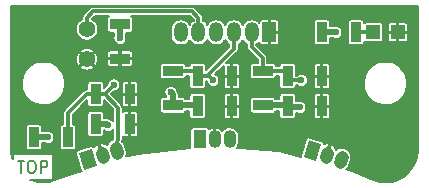
<source format=gbr>
G04 #@! TF.FileFunction,Copper,L1,Top,Signal*
%FSLAX46Y46*%
G04 Gerber Fmt 4.6, Leading zero omitted, Abs format (unit mm)*
G04 Created by KiCad (PCBNEW (after 2015-mar-04 BZR unknown)-product) date 28.04.2015 21:52:04*
%MOMM*%
G01*
G04 APERTURE LIST*
%ADD10C,0.100000*%
%ADD11C,0.150000*%
%ADD12R,1.198880X1.699260*%
%ADD13O,1.198880X1.699260*%
%ADD14R,1.700000X0.900000*%
%ADD15R,0.900000X1.700000*%
%ADD16R,1.198880X1.198880*%
%ADD17C,1.397000*%
%ADD18R,1.100000X1.500000*%
%ADD19O,1.100000X1.500000*%
%ADD20C,1.100000*%
%ADD21C,0.600000*%
%ADD22C,0.500000*%
%ADD23C,0.300000*%
%ADD24C,0.200000*%
G04 APERTURE END LIST*
D10*
D11*
X136358476Y-123912381D02*
X136929905Y-123912381D01*
X136644190Y-124912381D02*
X136644190Y-123912381D01*
X137453714Y-123912381D02*
X137644191Y-123912381D01*
X137739429Y-123960000D01*
X137834667Y-124055238D01*
X137882286Y-124245714D01*
X137882286Y-124579048D01*
X137834667Y-124769524D01*
X137739429Y-124864762D01*
X137644191Y-124912381D01*
X137453714Y-124912381D01*
X137358476Y-124864762D01*
X137263238Y-124769524D01*
X137215619Y-124579048D01*
X137215619Y-124245714D01*
X137263238Y-124055238D01*
X137358476Y-123960000D01*
X137453714Y-123912381D01*
X138310857Y-124912381D02*
X138310857Y-123912381D01*
X138691810Y-123912381D01*
X138787048Y-123960000D01*
X138834667Y-124007619D01*
X138882286Y-124102857D01*
X138882286Y-124245714D01*
X138834667Y-124340952D01*
X138787048Y-124388571D01*
X138691810Y-124436190D01*
X138310857Y-124436190D01*
D12*
X157683800Y-113030000D03*
D13*
X154680000Y-113030000D03*
X156180000Y-113030000D03*
X153180000Y-113030000D03*
X151680000Y-113030000D03*
X150180000Y-113030000D03*
D14*
X157124400Y-119204400D03*
X157124400Y-116304400D03*
D15*
X142974400Y-120802400D03*
X145874400Y-120802400D03*
X151610400Y-119278400D03*
X154510400Y-119278400D03*
X159230400Y-119278400D03*
X162130400Y-119278400D03*
D14*
X145034000Y-112342000D03*
X145034000Y-115242000D03*
D15*
X142974400Y-118262400D03*
X145874400Y-118262400D03*
X151610400Y-116738400D03*
X154510400Y-116738400D03*
X159230400Y-116738400D03*
X162130400Y-116738400D03*
D16*
X166463980Y-113030000D03*
X168562020Y-113030000D03*
D15*
X162126000Y-113030000D03*
X165026000Y-113030000D03*
X137742000Y-121920000D03*
X140642000Y-121920000D03*
D14*
X149504400Y-119204400D03*
X149504400Y-116304400D03*
D17*
X142240000Y-112776000D03*
X142240000Y-115316000D03*
D18*
X151790400Y-122072400D03*
D19*
X153060400Y-122072400D03*
X154330400Y-122072400D03*
D10*
G36*
X161626782Y-123925321D02*
X160574847Y-123603712D01*
X161013404Y-122169255D01*
X162065339Y-122490864D01*
X161626782Y-123925321D01*
X161626782Y-123925321D01*
G37*
D20*
X162476126Y-123609861D02*
X162593074Y-123227339D01*
X163690633Y-123981173D02*
X163807581Y-123598651D01*
D10*
G36*
X143066139Y-124346336D02*
X142014204Y-124667945D01*
X141575647Y-123233488D01*
X142627582Y-122911879D01*
X143066139Y-124346336D01*
X143066139Y-124346336D01*
G37*
D20*
X143593874Y-123609861D02*
X143476926Y-123227339D01*
X144808381Y-123238549D02*
X144691433Y-122856027D01*
D21*
X163322000Y-113030000D03*
X160274000Y-119380000D03*
X149352000Y-118110000D03*
X138938000Y-121920000D03*
X144018000Y-120904000D03*
X145034000Y-113538000D03*
X144526000Y-117475000D03*
X152908000Y-117094000D03*
X160401000Y-117094000D03*
D22*
X149504400Y-119204400D02*
X151536400Y-119204400D01*
X151536400Y-119204400D02*
X151610400Y-119278400D01*
X162126000Y-113030000D02*
X163322000Y-113030000D01*
X159332000Y-119380000D02*
X160274000Y-119380000D01*
X159156400Y-119204400D02*
X159332000Y-119380000D01*
X157124400Y-119204400D02*
X159156400Y-119204400D01*
X149504400Y-118262400D02*
X149352000Y-118110000D01*
X149504400Y-119204400D02*
X149504400Y-118262400D01*
X137742000Y-121920000D02*
X138938000Y-121920000D01*
X143916400Y-120802400D02*
X144018000Y-120904000D01*
X142974400Y-120802400D02*
X143916400Y-120802400D01*
X145034000Y-112342000D02*
X145034000Y-113538000D01*
D23*
X140642000Y-121920000D02*
X140642000Y-119844800D01*
X140642000Y-119844800D02*
X142224400Y-118262400D01*
X142224400Y-118262400D02*
X142974400Y-118262400D01*
X144851507Y-122167871D02*
X144851507Y-121727995D01*
X144851507Y-121727995D02*
X144851507Y-119389507D01*
X144749907Y-123047288D02*
X144749907Y-122269471D01*
X144749907Y-122269471D02*
X144851507Y-122167871D01*
X143724400Y-118262400D02*
X144851507Y-119389507D01*
X142974400Y-118262400D02*
X143724400Y-118262400D01*
X143738600Y-118262400D02*
X144526000Y-117475000D01*
X142974400Y-118262400D02*
X143738600Y-118262400D01*
X151176400Y-116304400D02*
X151610400Y-116738400D01*
X149504400Y-116304400D02*
X151176400Y-116304400D01*
X154680000Y-114418800D02*
X154680000Y-113030000D01*
X152360400Y-116738400D02*
X154680000Y-114418800D01*
X151610400Y-116738400D02*
X152360400Y-116738400D01*
X152552400Y-116738400D02*
X152908000Y-117094000D01*
X151610400Y-116738400D02*
X152552400Y-116738400D01*
X158796400Y-116304400D02*
X159230400Y-116738400D01*
X157124400Y-116304400D02*
X158796400Y-116304400D01*
X156180000Y-113030000D02*
X156180000Y-114270000D01*
X157124400Y-115214400D02*
X157124400Y-116304400D01*
X156180000Y-114270000D02*
X157124400Y-115214400D01*
X159586000Y-117094000D02*
X159230400Y-116738400D01*
X160401000Y-117094000D02*
X159586000Y-117094000D01*
X165026000Y-113030000D02*
X166463980Y-113030000D01*
X151125304Y-111252000D02*
X151680000Y-111806696D01*
X142776172Y-111252000D02*
X151125304Y-111252000D01*
X151680000Y-111806696D02*
X151680000Y-113030000D01*
D11*
X151680000Y-111880370D02*
X151680000Y-113030000D01*
D23*
X151680000Y-111806696D02*
X151680000Y-111880370D01*
X142240000Y-111788172D02*
X142776172Y-111252000D01*
X142240000Y-112776000D02*
X142240000Y-111788172D01*
D24*
G36*
X170241750Y-123011878D02*
X170188917Y-123550701D01*
X170036694Y-124054890D01*
X169789440Y-124519909D01*
X169456570Y-124928047D01*
X169411460Y-124965365D01*
X169411460Y-113654063D01*
X169411460Y-113604817D01*
X169411460Y-113142500D01*
X169411460Y-112917500D01*
X169411460Y-112455183D01*
X169411460Y-112405937D01*
X169401853Y-112357638D01*
X169383007Y-112312141D01*
X169355648Y-112271194D01*
X169320826Y-112236372D01*
X169279880Y-112209013D01*
X169234382Y-112190167D01*
X169186083Y-112180560D01*
X168674520Y-112180560D01*
X168612020Y-112243060D01*
X168612020Y-112980000D01*
X169348960Y-112980000D01*
X169411460Y-112917500D01*
X169411460Y-113142500D01*
X169348960Y-113080000D01*
X168612020Y-113080000D01*
X168612020Y-113816940D01*
X168674520Y-113879440D01*
X169186083Y-113879440D01*
X169234382Y-113869833D01*
X169279880Y-113850987D01*
X169320826Y-113823628D01*
X169355648Y-113788806D01*
X169383007Y-113747859D01*
X169401853Y-113702362D01*
X169411460Y-113654063D01*
X169411460Y-124965365D01*
X169363079Y-125005389D01*
X169363079Y-117166598D01*
X169292610Y-116810704D01*
X169154356Y-116475275D01*
X168953584Y-116173088D01*
X168697940Y-115915654D01*
X168512020Y-115790248D01*
X168512020Y-113816940D01*
X168512020Y-113080000D01*
X168512020Y-112980000D01*
X168512020Y-112243060D01*
X168449520Y-112180560D01*
X167937957Y-112180560D01*
X167889658Y-112190167D01*
X167844160Y-112209013D01*
X167803214Y-112236372D01*
X167768392Y-112271194D01*
X167741033Y-112312141D01*
X167722187Y-112357638D01*
X167712580Y-112405937D01*
X167712580Y-112455183D01*
X167712580Y-112917500D01*
X167775080Y-112980000D01*
X168512020Y-112980000D01*
X168512020Y-113080000D01*
X167775080Y-113080000D01*
X167712580Y-113142500D01*
X167712580Y-113604817D01*
X167712580Y-113654063D01*
X167722187Y-113702362D01*
X167741033Y-113747859D01*
X167768392Y-113788806D01*
X167803214Y-113823628D01*
X167844160Y-113850987D01*
X167889658Y-113869833D01*
X167937957Y-113879440D01*
X168449520Y-113879440D01*
X168512020Y-113816940D01*
X168512020Y-115790248D01*
X168397162Y-115712776D01*
X168062707Y-115572184D01*
X167707313Y-115499233D01*
X167344518Y-115496700D01*
X167314630Y-115502401D01*
X167314630Y-113629440D01*
X167314630Y-112430560D01*
X167311332Y-112389992D01*
X167290281Y-112322670D01*
X167251344Y-112263854D01*
X167197590Y-112218181D01*
X167133258Y-112189253D01*
X167063420Y-112179350D01*
X165864540Y-112179350D01*
X165823972Y-112182648D01*
X165756650Y-112203699D01*
X165727210Y-112223188D01*
X165727210Y-112180000D01*
X165723912Y-112139432D01*
X165702861Y-112072110D01*
X165663924Y-112013294D01*
X165610170Y-111967621D01*
X165545838Y-111938693D01*
X165476000Y-111928790D01*
X164576000Y-111928790D01*
X164535432Y-111932088D01*
X164468110Y-111953139D01*
X164409294Y-111992076D01*
X164363621Y-112045830D01*
X164334693Y-112110162D01*
X164324790Y-112180000D01*
X164324790Y-113880000D01*
X164328088Y-113920568D01*
X164349139Y-113987890D01*
X164388076Y-114046706D01*
X164441830Y-114092379D01*
X164506162Y-114121307D01*
X164576000Y-114131210D01*
X165476000Y-114131210D01*
X165516568Y-114127912D01*
X165583890Y-114106861D01*
X165642706Y-114067924D01*
X165688379Y-114014170D01*
X165717307Y-113949838D01*
X165727210Y-113880000D01*
X165727210Y-113839134D01*
X165730370Y-113841819D01*
X165794702Y-113870747D01*
X165864540Y-113880650D01*
X167063420Y-113880650D01*
X167103988Y-113877352D01*
X167171310Y-113856301D01*
X167230126Y-113817364D01*
X167275799Y-113763610D01*
X167304727Y-113699278D01*
X167314630Y-113629440D01*
X167314630Y-115502401D01*
X166988141Y-115564682D01*
X166651755Y-115700591D01*
X166348174Y-115899249D01*
X166088961Y-116153089D01*
X165883989Y-116452444D01*
X165741065Y-116785909D01*
X165665634Y-117140785D01*
X165660569Y-117503553D01*
X165726062Y-117860396D01*
X165859619Y-118197723D01*
X166056152Y-118502683D01*
X166308177Y-118763662D01*
X166606093Y-118970719D01*
X166938553Y-119115967D01*
X167292893Y-119193874D01*
X167655617Y-119201472D01*
X168012909Y-119138472D01*
X168351159Y-119007273D01*
X168657485Y-118812873D01*
X168920217Y-118562677D01*
X169129348Y-118266214D01*
X169276914Y-117934776D01*
X169357293Y-117580988D01*
X169363079Y-117166598D01*
X169363079Y-125005389D01*
X169050768Y-125263756D01*
X168587485Y-125514252D01*
X168084374Y-125669992D01*
X167560586Y-125725044D01*
X167036091Y-125677312D01*
X166519361Y-125525230D01*
X166433878Y-125488849D01*
X166433834Y-125488835D01*
X166430719Y-125487526D01*
X164639998Y-124749444D01*
X164623680Y-124744517D01*
X164607828Y-124738275D01*
X164603791Y-124737156D01*
X164172986Y-124620976D01*
X164188323Y-124611017D01*
X164300255Y-124502167D01*
X164388914Y-124373647D01*
X164450922Y-124230356D01*
X164454262Y-124219697D01*
X164574040Y-123827919D01*
X164604900Y-123674867D01*
X164605446Y-123518736D01*
X164575654Y-123365471D01*
X164516661Y-123220913D01*
X164430712Y-123090566D01*
X164321083Y-122979395D01*
X164191948Y-122891636D01*
X164048228Y-122830630D01*
X163895395Y-122798702D01*
X163872023Y-122798457D01*
X163872023Y-112976070D01*
X163851073Y-112870263D01*
X163809971Y-112770541D01*
X163750282Y-112680702D01*
X163674279Y-112604167D01*
X163584859Y-112543853D01*
X163485426Y-112502055D01*
X163379769Y-112480367D01*
X163271911Y-112479614D01*
X163165961Y-112499825D01*
X163091274Y-112530000D01*
X162827210Y-112530000D01*
X162827210Y-112180000D01*
X162823912Y-112139432D01*
X162802861Y-112072110D01*
X162763924Y-112013294D01*
X162710170Y-111967621D01*
X162645838Y-111938693D01*
X162576000Y-111928790D01*
X161676000Y-111928790D01*
X161635432Y-111932088D01*
X161568110Y-111953139D01*
X161509294Y-111992076D01*
X161463621Y-112045830D01*
X161434693Y-112110162D01*
X161424790Y-112180000D01*
X161424790Y-113880000D01*
X161428088Y-113920568D01*
X161449139Y-113987890D01*
X161488076Y-114046706D01*
X161541830Y-114092379D01*
X161606162Y-114121307D01*
X161676000Y-114131210D01*
X162576000Y-114131210D01*
X162616568Y-114127912D01*
X162683890Y-114106861D01*
X162742706Y-114067924D01*
X162788379Y-114014170D01*
X162817307Y-113949838D01*
X162827210Y-113880000D01*
X162827210Y-113530000D01*
X163092594Y-113530000D01*
X163151218Y-113555612D01*
X163256563Y-113578773D01*
X163364400Y-113581032D01*
X163470621Y-113562302D01*
X163571182Y-113523297D01*
X163662252Y-113465503D01*
X163740362Y-113391120D01*
X163802536Y-113302982D01*
X163846407Y-113204447D01*
X163870303Y-113099267D01*
X163872023Y-112976070D01*
X163872023Y-122798457D01*
X163739271Y-122797067D01*
X163585802Y-122825789D01*
X163440835Y-122883771D01*
X163343717Y-122946839D01*
X163275960Y-122807614D01*
X163180955Y-122682455D01*
X163063357Y-122578235D01*
X162988025Y-122531628D01*
X162856018Y-122538306D01*
X162830400Y-122622098D01*
X162830400Y-120153023D01*
X162830400Y-120103777D01*
X162830400Y-119390900D01*
X162830400Y-119165900D01*
X162830400Y-118453023D01*
X162830400Y-118403777D01*
X162830400Y-117613023D01*
X162830400Y-117563777D01*
X162830400Y-116850900D01*
X162830400Y-116625900D01*
X162830400Y-115913023D01*
X162830400Y-115863777D01*
X162820793Y-115815478D01*
X162801947Y-115769981D01*
X162774588Y-115729034D01*
X162739766Y-115694212D01*
X162698820Y-115666853D01*
X162653322Y-115648007D01*
X162605023Y-115638400D01*
X162242900Y-115638400D01*
X162180400Y-115700900D01*
X162180400Y-116688400D01*
X162767900Y-116688400D01*
X162830400Y-116625900D01*
X162830400Y-116850900D01*
X162767900Y-116788400D01*
X162180400Y-116788400D01*
X162180400Y-117775900D01*
X162242900Y-117838400D01*
X162605023Y-117838400D01*
X162653322Y-117828793D01*
X162698820Y-117809947D01*
X162739766Y-117782588D01*
X162774588Y-117747766D01*
X162801947Y-117706819D01*
X162820793Y-117661322D01*
X162830400Y-117613023D01*
X162830400Y-118403777D01*
X162820793Y-118355478D01*
X162801947Y-118309981D01*
X162774588Y-118269034D01*
X162739766Y-118234212D01*
X162698820Y-118206853D01*
X162653322Y-118188007D01*
X162605023Y-118178400D01*
X162242900Y-118178400D01*
X162180400Y-118240900D01*
X162180400Y-119228400D01*
X162767900Y-119228400D01*
X162830400Y-119165900D01*
X162830400Y-119390900D01*
X162767900Y-119328400D01*
X162180400Y-119328400D01*
X162180400Y-120315900D01*
X162242900Y-120378400D01*
X162605023Y-120378400D01*
X162653322Y-120368793D01*
X162698820Y-120349947D01*
X162739766Y-120322588D01*
X162774588Y-120287766D01*
X162801947Y-120246819D01*
X162820793Y-120201322D01*
X162830400Y-120153023D01*
X162830400Y-122622098D01*
X162597034Y-123385403D01*
X162616160Y-123391250D01*
X162586922Y-123486881D01*
X162567797Y-123481034D01*
X162561949Y-123500160D01*
X162466318Y-123470922D01*
X162472166Y-123451797D01*
X162453039Y-123445949D01*
X162482277Y-123350318D01*
X162501403Y-123356166D01*
X162760387Y-122509069D01*
X162654682Y-122429715D01*
X162566167Y-122426228D01*
X162410395Y-122446871D01*
X162313994Y-122479686D01*
X162313831Y-122454016D01*
X162293792Y-122386386D01*
X162255740Y-122326993D01*
X162202677Y-122280520D01*
X162138786Y-122250631D01*
X162080400Y-122232780D01*
X162080400Y-120315900D01*
X162080400Y-119328400D01*
X162080400Y-119228400D01*
X162080400Y-118240900D01*
X162080400Y-117775900D01*
X162080400Y-116788400D01*
X162080400Y-116688400D01*
X162080400Y-115700900D01*
X162017900Y-115638400D01*
X161655777Y-115638400D01*
X161607478Y-115648007D01*
X161561980Y-115666853D01*
X161521034Y-115694212D01*
X161486212Y-115729034D01*
X161458853Y-115769981D01*
X161440007Y-115815478D01*
X161430400Y-115863777D01*
X161430400Y-115913023D01*
X161430400Y-116625900D01*
X161492900Y-116688400D01*
X162080400Y-116688400D01*
X162080400Y-116788400D01*
X161492900Y-116788400D01*
X161430400Y-116850900D01*
X161430400Y-117563777D01*
X161430400Y-117613023D01*
X161440007Y-117661322D01*
X161458853Y-117706819D01*
X161486212Y-117747766D01*
X161521034Y-117782588D01*
X161561980Y-117809947D01*
X161607478Y-117828793D01*
X161655777Y-117838400D01*
X162017900Y-117838400D01*
X162080400Y-117775900D01*
X162080400Y-118240900D01*
X162017900Y-118178400D01*
X161655777Y-118178400D01*
X161607478Y-118188007D01*
X161561980Y-118206853D01*
X161521034Y-118234212D01*
X161486212Y-118269034D01*
X161458853Y-118309981D01*
X161440007Y-118355478D01*
X161430400Y-118403777D01*
X161430400Y-118453023D01*
X161430400Y-119165900D01*
X161492900Y-119228400D01*
X162080400Y-119228400D01*
X162080400Y-119328400D01*
X161492900Y-119328400D01*
X161430400Y-119390900D01*
X161430400Y-120103777D01*
X161430400Y-120153023D01*
X161440007Y-120201322D01*
X161458853Y-120246819D01*
X161486212Y-120287766D01*
X161521034Y-120322588D01*
X161561980Y-120349947D01*
X161607478Y-120368793D01*
X161655777Y-120378400D01*
X162017900Y-120378400D01*
X162080400Y-120315900D01*
X162080400Y-122232780D01*
X161086851Y-121929022D01*
X161047091Y-121920314D01*
X160976556Y-121920763D01*
X160951023Y-121928328D01*
X160951023Y-117040070D01*
X160930073Y-116934263D01*
X160888971Y-116834541D01*
X160829282Y-116744702D01*
X160753279Y-116668167D01*
X160663859Y-116607853D01*
X160564426Y-116566055D01*
X160458769Y-116544367D01*
X160350911Y-116543614D01*
X160244961Y-116563825D01*
X160144954Y-116604230D01*
X160054701Y-116663290D01*
X160023340Y-116694000D01*
X159931610Y-116694000D01*
X159931610Y-115888400D01*
X159928312Y-115847832D01*
X159907261Y-115780510D01*
X159868324Y-115721694D01*
X159814570Y-115676021D01*
X159750238Y-115647093D01*
X159680400Y-115637190D01*
X158780400Y-115637190D01*
X158739832Y-115640488D01*
X158672510Y-115661539D01*
X158613694Y-115700476D01*
X158568021Y-115754230D01*
X158539093Y-115818562D01*
X158533240Y-115859838D01*
X158533240Y-113904253D01*
X158533240Y-113855007D01*
X158533240Y-113142500D01*
X158533240Y-112917500D01*
X158533240Y-112204993D01*
X158533240Y-112155747D01*
X158523633Y-112107448D01*
X158504787Y-112061951D01*
X158477428Y-112021004D01*
X158442606Y-111986182D01*
X158401660Y-111958823D01*
X158356162Y-111939977D01*
X158307863Y-111930370D01*
X157796300Y-111930370D01*
X157733800Y-111992870D01*
X157733800Y-112980000D01*
X158470740Y-112980000D01*
X158533240Y-112917500D01*
X158533240Y-113142500D01*
X158470740Y-113080000D01*
X157733800Y-113080000D01*
X157733800Y-114067130D01*
X157796300Y-114129630D01*
X158307863Y-114129630D01*
X158356162Y-114120023D01*
X158401660Y-114101177D01*
X158442606Y-114073818D01*
X158477428Y-114038996D01*
X158504787Y-113998049D01*
X158523633Y-113952552D01*
X158533240Y-113904253D01*
X158533240Y-115859838D01*
X158529190Y-115888400D01*
X158529190Y-115904400D01*
X158225610Y-115904400D01*
X158225610Y-115854400D01*
X158222312Y-115813832D01*
X158201261Y-115746510D01*
X158162324Y-115687694D01*
X158108570Y-115642021D01*
X158044238Y-115613093D01*
X157974400Y-115603190D01*
X157524400Y-115603190D01*
X157524400Y-115214400D01*
X157520793Y-115177615D01*
X157517574Y-115140820D01*
X157516987Y-115138800D01*
X157516782Y-115136706D01*
X157506099Y-115101323D01*
X157495794Y-115065853D01*
X157494825Y-115063985D01*
X157494218Y-115061972D01*
X157476879Y-115029362D01*
X157459868Y-114996544D01*
X157458554Y-114994899D01*
X157457568Y-114993043D01*
X157434216Y-114964410D01*
X157411164Y-114935534D01*
X157408275Y-114932604D01*
X157408228Y-114932546D01*
X157408174Y-114932501D01*
X157407243Y-114931557D01*
X156580000Y-114104314D01*
X156580000Y-114030337D01*
X156645122Y-113996292D01*
X156774322Y-113892413D01*
X156834360Y-113820862D01*
X156834360Y-113855007D01*
X156834360Y-113904253D01*
X156843967Y-113952552D01*
X156862813Y-113998049D01*
X156890172Y-114038996D01*
X156924994Y-114073818D01*
X156965940Y-114101177D01*
X157011438Y-114120023D01*
X157059737Y-114129630D01*
X157571300Y-114129630D01*
X157633800Y-114067130D01*
X157633800Y-113080000D01*
X157613800Y-113080000D01*
X157613800Y-112980000D01*
X157633800Y-112980000D01*
X157633800Y-111992870D01*
X157571300Y-111930370D01*
X157059737Y-111930370D01*
X157011438Y-111939977D01*
X156965940Y-111958823D01*
X156924994Y-111986182D01*
X156890172Y-112021004D01*
X156862813Y-112061951D01*
X156843967Y-112107448D01*
X156834360Y-112155747D01*
X156834360Y-112204993D01*
X156834360Y-112239239D01*
X156782738Y-112175945D01*
X156655001Y-112070271D01*
X156509171Y-111991422D01*
X156350804Y-111942399D01*
X156185930Y-111925070D01*
X156020831Y-111940095D01*
X155861794Y-111986902D01*
X155714878Y-112063708D01*
X155585678Y-112167587D01*
X155479116Y-112294583D01*
X155429894Y-112384117D01*
X155387517Y-112304416D01*
X155282738Y-112175945D01*
X155155001Y-112070271D01*
X155009171Y-111991422D01*
X154850804Y-111942399D01*
X154685930Y-111925070D01*
X154520831Y-111940095D01*
X154361794Y-111986902D01*
X154214878Y-112063708D01*
X154085678Y-112167587D01*
X153979116Y-112294583D01*
X153929894Y-112384117D01*
X153887517Y-112304416D01*
X153782738Y-112175945D01*
X153655001Y-112070271D01*
X153509171Y-111991422D01*
X153350804Y-111942399D01*
X153185930Y-111925070D01*
X153020831Y-111940095D01*
X152861794Y-111986902D01*
X152714878Y-112063708D01*
X152585678Y-112167587D01*
X152479116Y-112294583D01*
X152429894Y-112384117D01*
X152387517Y-112304416D01*
X152282738Y-112175945D01*
X152155001Y-112070271D01*
X152080000Y-112029718D01*
X152080000Y-111880370D01*
X152080000Y-111806696D01*
X152076393Y-111769911D01*
X152073174Y-111733116D01*
X152072587Y-111731096D01*
X152072382Y-111729002D01*
X152061713Y-111693665D01*
X152051395Y-111658149D01*
X152050424Y-111656276D01*
X152049818Y-111654268D01*
X152032508Y-111621713D01*
X152015469Y-111588841D01*
X152014154Y-111587194D01*
X152013168Y-111585339D01*
X151989845Y-111556742D01*
X151966765Y-111527830D01*
X151963877Y-111524902D01*
X151963828Y-111524842D01*
X151963771Y-111524795D01*
X151962843Y-111523854D01*
X151408147Y-110969157D01*
X151379561Y-110945677D01*
X151351291Y-110921955D01*
X151349448Y-110920942D01*
X151347822Y-110919606D01*
X151315251Y-110902141D01*
X151282881Y-110884346D01*
X151280875Y-110883709D01*
X151279022Y-110882716D01*
X151243725Y-110871924D01*
X151208469Y-110860741D01*
X151206374Y-110860506D01*
X151204366Y-110859892D01*
X151167617Y-110856158D01*
X151130889Y-110852039D01*
X151126781Y-110852010D01*
X151126700Y-110852002D01*
X151126623Y-110852009D01*
X151125304Y-110852000D01*
X142776172Y-110852000D01*
X142739387Y-110855606D01*
X142702592Y-110858826D01*
X142700572Y-110859412D01*
X142698478Y-110859618D01*
X142663141Y-110870286D01*
X142627625Y-110880605D01*
X142625752Y-110881575D01*
X142623744Y-110882182D01*
X142591189Y-110899491D01*
X142558317Y-110916531D01*
X142556670Y-110917845D01*
X142554815Y-110918832D01*
X142526218Y-110942154D01*
X142497306Y-110965235D01*
X142494374Y-110968125D01*
X142494318Y-110968172D01*
X142494274Y-110968224D01*
X142493329Y-110969157D01*
X141957157Y-111505329D01*
X141933677Y-111533914D01*
X141909955Y-111562185D01*
X141908942Y-111564027D01*
X141907606Y-111565654D01*
X141890141Y-111598224D01*
X141872346Y-111630595D01*
X141871709Y-111632600D01*
X141870716Y-111634454D01*
X141859924Y-111669750D01*
X141848741Y-111705007D01*
X141848506Y-111707101D01*
X141847892Y-111709110D01*
X141844158Y-111745858D01*
X141840039Y-111782587D01*
X141840010Y-111786694D01*
X141840002Y-111786776D01*
X141840009Y-111786852D01*
X141840000Y-111788172D01*
X141840000Y-111914576D01*
X141798438Y-111931369D01*
X141642791Y-112033222D01*
X141509891Y-112163366D01*
X141404802Y-112316846D01*
X141331524Y-112487815D01*
X141292851Y-112669760D01*
X141290254Y-112855752D01*
X141323832Y-113038707D01*
X141392307Y-113211655D01*
X141493070Y-113368009D01*
X141622284Y-113501814D01*
X141775026Y-113607972D01*
X141945479Y-113682442D01*
X142127150Y-113722385D01*
X142313120Y-113726280D01*
X142496305Y-113693980D01*
X142669726Y-113626714D01*
X142826780Y-113527044D01*
X142961484Y-113398768D01*
X143068706Y-113246771D01*
X143144363Y-113076842D01*
X143185574Y-112895454D01*
X143188540Y-112682995D01*
X143152411Y-112500527D01*
X143081528Y-112328552D01*
X142978591Y-112173620D01*
X142847522Y-112041632D01*
X142693312Y-111937617D01*
X142667212Y-111926645D01*
X142941858Y-111652000D01*
X144118129Y-111652000D01*
X144076110Y-111665139D01*
X144017294Y-111704076D01*
X143971621Y-111757830D01*
X143942693Y-111822162D01*
X143932790Y-111892000D01*
X143932790Y-112792000D01*
X143936088Y-112832568D01*
X143957139Y-112899890D01*
X143996076Y-112958706D01*
X144049830Y-113004379D01*
X144114162Y-113033307D01*
X144184000Y-113043210D01*
X144534000Y-113043210D01*
X144534000Y-113308383D01*
X144507209Y-113370892D01*
X144484783Y-113476395D01*
X144483277Y-113584245D01*
X144502748Y-113690334D01*
X144542454Y-113790620D01*
X144600883Y-113881284D01*
X144675809Y-113958873D01*
X144764379Y-114020430D01*
X144863218Y-114063612D01*
X144968563Y-114086773D01*
X145076400Y-114089032D01*
X145182621Y-114070302D01*
X145283182Y-114031297D01*
X145374252Y-113973503D01*
X145452362Y-113899120D01*
X145514536Y-113810982D01*
X145558407Y-113712447D01*
X145582303Y-113607267D01*
X145584023Y-113484070D01*
X145563073Y-113378263D01*
X145534000Y-113307725D01*
X145534000Y-113043210D01*
X145884000Y-113043210D01*
X145924568Y-113039912D01*
X145991890Y-113018861D01*
X146050706Y-112979924D01*
X146096379Y-112926170D01*
X146125307Y-112861838D01*
X146135210Y-112792000D01*
X146135210Y-111892000D01*
X146131912Y-111851432D01*
X146110861Y-111784110D01*
X146071924Y-111725294D01*
X146018170Y-111679621D01*
X145956744Y-111652000D01*
X150959618Y-111652000D01*
X151280000Y-111972381D01*
X151280000Y-112029662D01*
X151214878Y-112063708D01*
X151085678Y-112167587D01*
X150979116Y-112294583D01*
X150929894Y-112384117D01*
X150887517Y-112304416D01*
X150782738Y-112175945D01*
X150655001Y-112070271D01*
X150509171Y-111991422D01*
X150350804Y-111942399D01*
X150185930Y-111925070D01*
X150020831Y-111940095D01*
X149861794Y-111986902D01*
X149714878Y-112063708D01*
X149585678Y-112167587D01*
X149479116Y-112294583D01*
X149399250Y-112439859D01*
X149349122Y-112597880D01*
X149330643Y-112762629D01*
X149330560Y-112774489D01*
X149330560Y-113285511D01*
X149346737Y-113450501D01*
X149394654Y-113609207D01*
X149472483Y-113755584D01*
X149577262Y-113884055D01*
X149704999Y-113989729D01*
X149850829Y-114068578D01*
X150009196Y-114117601D01*
X150174070Y-114134930D01*
X150339169Y-114119905D01*
X150498206Y-114073098D01*
X150645122Y-113996292D01*
X150774322Y-113892413D01*
X150880884Y-113765417D01*
X150930105Y-113675882D01*
X150972483Y-113755584D01*
X151077262Y-113884055D01*
X151204999Y-113989729D01*
X151350829Y-114068578D01*
X151509196Y-114117601D01*
X151674070Y-114134930D01*
X151839169Y-114119905D01*
X151998206Y-114073098D01*
X152145122Y-113996292D01*
X152274322Y-113892413D01*
X152380884Y-113765417D01*
X152430105Y-113675882D01*
X152472483Y-113755584D01*
X152577262Y-113884055D01*
X152704999Y-113989729D01*
X152850829Y-114068578D01*
X153009196Y-114117601D01*
X153174070Y-114134930D01*
X153339169Y-114119905D01*
X153498206Y-114073098D01*
X153645122Y-113996292D01*
X153774322Y-113892413D01*
X153880884Y-113765417D01*
X153930105Y-113675882D01*
X153972483Y-113755584D01*
X154077262Y-113884055D01*
X154204999Y-113989729D01*
X154280000Y-114030281D01*
X154280000Y-114253114D01*
X152311610Y-116221504D01*
X152311610Y-115888400D01*
X152308312Y-115847832D01*
X152287261Y-115780510D01*
X152248324Y-115721694D01*
X152194570Y-115676021D01*
X152130238Y-115647093D01*
X152060400Y-115637190D01*
X151160400Y-115637190D01*
X151119832Y-115640488D01*
X151052510Y-115661539D01*
X150993694Y-115700476D01*
X150948021Y-115754230D01*
X150919093Y-115818562D01*
X150909190Y-115888400D01*
X150909190Y-115904400D01*
X150605610Y-115904400D01*
X150605610Y-115854400D01*
X150602312Y-115813832D01*
X150581261Y-115746510D01*
X150542324Y-115687694D01*
X150488570Y-115642021D01*
X150424238Y-115613093D01*
X150354400Y-115603190D01*
X148654400Y-115603190D01*
X148613832Y-115606488D01*
X148546510Y-115627539D01*
X148487694Y-115666476D01*
X148442021Y-115720230D01*
X148413093Y-115784562D01*
X148403190Y-115854400D01*
X148403190Y-116754400D01*
X148406488Y-116794968D01*
X148427539Y-116862290D01*
X148466476Y-116921106D01*
X148520230Y-116966779D01*
X148584562Y-116995707D01*
X148654400Y-117005610D01*
X150354400Y-117005610D01*
X150394968Y-117002312D01*
X150462290Y-116981261D01*
X150521106Y-116942324D01*
X150566779Y-116888570D01*
X150595707Y-116824238D01*
X150605610Y-116754400D01*
X150605610Y-116704400D01*
X150909190Y-116704400D01*
X150909190Y-117588400D01*
X150912488Y-117628968D01*
X150933539Y-117696290D01*
X150972476Y-117755106D01*
X151026230Y-117800779D01*
X151090562Y-117829707D01*
X151160400Y-117839610D01*
X152060400Y-117839610D01*
X152100968Y-117836312D01*
X152168290Y-117815261D01*
X152227106Y-117776324D01*
X152272779Y-117722570D01*
X152301707Y-117658238D01*
X152311610Y-117588400D01*
X152311610Y-117138400D01*
X152357302Y-117138400D01*
X152357277Y-117140245D01*
X152376748Y-117246334D01*
X152416454Y-117346620D01*
X152474883Y-117437284D01*
X152549809Y-117514873D01*
X152638379Y-117576430D01*
X152737218Y-117619612D01*
X152842563Y-117642773D01*
X152950400Y-117645032D01*
X153056621Y-117626302D01*
X153157182Y-117587297D01*
X153248252Y-117529503D01*
X153326362Y-117455120D01*
X153388536Y-117366982D01*
X153432407Y-117268447D01*
X153456303Y-117163267D01*
X153458023Y-117040070D01*
X153437073Y-116934263D01*
X153395971Y-116834541D01*
X153336282Y-116744702D01*
X153260279Y-116668167D01*
X153170859Y-116607853D01*
X153090438Y-116574047D01*
X153812806Y-115851679D01*
X153810400Y-115863777D01*
X153810400Y-115913023D01*
X153810400Y-116625900D01*
X153872900Y-116688400D01*
X154460400Y-116688400D01*
X154460400Y-115700900D01*
X154397900Y-115638400D01*
X154035777Y-115638400D01*
X154023679Y-115640806D01*
X154962843Y-114701643D01*
X154986322Y-114673057D01*
X155010045Y-114644787D01*
X155011057Y-114642944D01*
X155012394Y-114641318D01*
X155029858Y-114608747D01*
X155047654Y-114576377D01*
X155048290Y-114574371D01*
X155049284Y-114572518D01*
X155060088Y-114537179D01*
X155071259Y-114501965D01*
X155071493Y-114499875D01*
X155072109Y-114497862D01*
X155075846Y-114461063D01*
X155079961Y-114424385D01*
X155079989Y-114420277D01*
X155079998Y-114420196D01*
X155079990Y-114420119D01*
X155080000Y-114418800D01*
X155080000Y-114030337D01*
X155145122Y-113996292D01*
X155274322Y-113892413D01*
X155380884Y-113765417D01*
X155430105Y-113675882D01*
X155472483Y-113755584D01*
X155577262Y-113884055D01*
X155704999Y-113989729D01*
X155780000Y-114030281D01*
X155780000Y-114270000D01*
X155783606Y-114306784D01*
X155786826Y-114343580D01*
X155787412Y-114345599D01*
X155787618Y-114347694D01*
X155798300Y-114383076D01*
X155808606Y-114418547D01*
X155809574Y-114420414D01*
X155810182Y-114422428D01*
X155827531Y-114455057D01*
X155844532Y-114487855D01*
X155845843Y-114489497D01*
X155846832Y-114491357D01*
X155870201Y-114520011D01*
X155893236Y-114548866D01*
X155896124Y-114551795D01*
X155896172Y-114551854D01*
X155896225Y-114551898D01*
X155897157Y-114552843D01*
X156724400Y-115380086D01*
X156724400Y-115603190D01*
X156274400Y-115603190D01*
X156233832Y-115606488D01*
X156166510Y-115627539D01*
X156107694Y-115666476D01*
X156062021Y-115720230D01*
X156033093Y-115784562D01*
X156023190Y-115854400D01*
X156023190Y-116754400D01*
X156026488Y-116794968D01*
X156047539Y-116862290D01*
X156086476Y-116921106D01*
X156140230Y-116966779D01*
X156204562Y-116995707D01*
X156274400Y-117005610D01*
X157974400Y-117005610D01*
X158014968Y-117002312D01*
X158082290Y-116981261D01*
X158141106Y-116942324D01*
X158186779Y-116888570D01*
X158215707Y-116824238D01*
X158225610Y-116754400D01*
X158225610Y-116704400D01*
X158529190Y-116704400D01*
X158529190Y-117588400D01*
X158532488Y-117628968D01*
X158553539Y-117696290D01*
X158592476Y-117755106D01*
X158646230Y-117800779D01*
X158710562Y-117829707D01*
X158780400Y-117839610D01*
X159680400Y-117839610D01*
X159720968Y-117836312D01*
X159788290Y-117815261D01*
X159847106Y-117776324D01*
X159892779Y-117722570D01*
X159921707Y-117658238D01*
X159931610Y-117588400D01*
X159931610Y-117494000D01*
X160022652Y-117494000D01*
X160042809Y-117514873D01*
X160131379Y-117576430D01*
X160230218Y-117619612D01*
X160335563Y-117642773D01*
X160443400Y-117645032D01*
X160549621Y-117626302D01*
X160650182Y-117587297D01*
X160741252Y-117529503D01*
X160819362Y-117455120D01*
X160881536Y-117366982D01*
X160925407Y-117268447D01*
X160949303Y-117163267D01*
X160951023Y-117040070D01*
X160951023Y-121928328D01*
X160908926Y-121940803D01*
X160849533Y-121978854D01*
X160824023Y-122007981D01*
X160824023Y-119326070D01*
X160803073Y-119220263D01*
X160761971Y-119120541D01*
X160702282Y-119030702D01*
X160626279Y-118954167D01*
X160536859Y-118893853D01*
X160437426Y-118852055D01*
X160331769Y-118830367D01*
X160223911Y-118829614D01*
X160117961Y-118849825D01*
X160043274Y-118880000D01*
X159931610Y-118880000D01*
X159931610Y-118428400D01*
X159928312Y-118387832D01*
X159907261Y-118320510D01*
X159868324Y-118261694D01*
X159814570Y-118216021D01*
X159750238Y-118187093D01*
X159680400Y-118177190D01*
X158780400Y-118177190D01*
X158739832Y-118180488D01*
X158672510Y-118201539D01*
X158613694Y-118240476D01*
X158568021Y-118294230D01*
X158539093Y-118358562D01*
X158529190Y-118428400D01*
X158529190Y-118704400D01*
X158219362Y-118704400D01*
X158201261Y-118646510D01*
X158162324Y-118587694D01*
X158108570Y-118542021D01*
X158044238Y-118513093D01*
X157974400Y-118503190D01*
X156274400Y-118503190D01*
X156233832Y-118506488D01*
X156166510Y-118527539D01*
X156107694Y-118566476D01*
X156062021Y-118620230D01*
X156033093Y-118684562D01*
X156023190Y-118754400D01*
X156023190Y-119654400D01*
X156026488Y-119694968D01*
X156047539Y-119762290D01*
X156086476Y-119821106D01*
X156140230Y-119866779D01*
X156204562Y-119895707D01*
X156274400Y-119905610D01*
X157974400Y-119905610D01*
X158014968Y-119902312D01*
X158082290Y-119881261D01*
X158141106Y-119842324D01*
X158186779Y-119788570D01*
X158215707Y-119724238D01*
X158218520Y-119704400D01*
X158529190Y-119704400D01*
X158529190Y-120128400D01*
X158532488Y-120168968D01*
X158553539Y-120236290D01*
X158592476Y-120295106D01*
X158646230Y-120340779D01*
X158710562Y-120369707D01*
X158780400Y-120379610D01*
X159680400Y-120379610D01*
X159720968Y-120376312D01*
X159788290Y-120355261D01*
X159847106Y-120316324D01*
X159892779Y-120262570D01*
X159921707Y-120198238D01*
X159931610Y-120128400D01*
X159931610Y-119880000D01*
X160044594Y-119880000D01*
X160103218Y-119905612D01*
X160208563Y-119928773D01*
X160316400Y-119931032D01*
X160422621Y-119912302D01*
X160523182Y-119873297D01*
X160614252Y-119815503D01*
X160692362Y-119741120D01*
X160754536Y-119652982D01*
X160798407Y-119554447D01*
X160822303Y-119449267D01*
X160824023Y-119326070D01*
X160824023Y-122007981D01*
X160803060Y-122031917D01*
X160773171Y-122095808D01*
X160334614Y-123530265D01*
X160325906Y-123570025D01*
X160325991Y-123583522D01*
X158479687Y-123085612D01*
X158452894Y-123081131D01*
X158426117Y-123076269D01*
X158421940Y-123075956D01*
X155210400Y-122857439D01*
X155210400Y-120153023D01*
X155210400Y-120103777D01*
X155210400Y-119390900D01*
X155210400Y-119165900D01*
X155210400Y-118453023D01*
X155210400Y-118403777D01*
X155210400Y-117613023D01*
X155210400Y-117563777D01*
X155210400Y-116850900D01*
X155210400Y-116625900D01*
X155210400Y-115913023D01*
X155210400Y-115863777D01*
X155200793Y-115815478D01*
X155181947Y-115769981D01*
X155154588Y-115729034D01*
X155119766Y-115694212D01*
X155078820Y-115666853D01*
X155033322Y-115648007D01*
X154985023Y-115638400D01*
X154622900Y-115638400D01*
X154560400Y-115700900D01*
X154560400Y-116688400D01*
X155147900Y-116688400D01*
X155210400Y-116625900D01*
X155210400Y-116850900D01*
X155147900Y-116788400D01*
X154560400Y-116788400D01*
X154560400Y-117775900D01*
X154622900Y-117838400D01*
X154985023Y-117838400D01*
X155033322Y-117828793D01*
X155078820Y-117809947D01*
X155119766Y-117782588D01*
X155154588Y-117747766D01*
X155181947Y-117706819D01*
X155200793Y-117661322D01*
X155210400Y-117613023D01*
X155210400Y-118403777D01*
X155200793Y-118355478D01*
X155181947Y-118309981D01*
X155154588Y-118269034D01*
X155119766Y-118234212D01*
X155078820Y-118206853D01*
X155033322Y-118188007D01*
X154985023Y-118178400D01*
X154622900Y-118178400D01*
X154560400Y-118240900D01*
X154560400Y-119228400D01*
X155147900Y-119228400D01*
X155210400Y-119165900D01*
X155210400Y-119390900D01*
X155147900Y-119328400D01*
X154560400Y-119328400D01*
X154560400Y-120315900D01*
X154622900Y-120378400D01*
X154985023Y-120378400D01*
X155033322Y-120368793D01*
X155078820Y-120349947D01*
X155119766Y-120322588D01*
X155154588Y-120287766D01*
X155181947Y-120246819D01*
X155200793Y-120201322D01*
X155210400Y-120153023D01*
X155210400Y-122857439D01*
X154900583Y-122836359D01*
X154990491Y-122729213D01*
X155065708Y-122592393D01*
X155112918Y-122443568D01*
X155130322Y-122288409D01*
X155130400Y-122277239D01*
X155130400Y-121867561D01*
X155115164Y-121712174D01*
X155070037Y-121562705D01*
X154996737Y-121424848D01*
X154898057Y-121303854D01*
X154777754Y-121204331D01*
X154640412Y-121130070D01*
X154491262Y-121083901D01*
X154460400Y-121080657D01*
X154460400Y-120315900D01*
X154460400Y-119328400D01*
X154460400Y-119228400D01*
X154460400Y-118240900D01*
X154460400Y-117775900D01*
X154460400Y-116788400D01*
X153872900Y-116788400D01*
X153810400Y-116850900D01*
X153810400Y-117563777D01*
X153810400Y-117613023D01*
X153820007Y-117661322D01*
X153838853Y-117706819D01*
X153866212Y-117747766D01*
X153901034Y-117782588D01*
X153941980Y-117809947D01*
X153987478Y-117828793D01*
X154035777Y-117838400D01*
X154397900Y-117838400D01*
X154460400Y-117775900D01*
X154460400Y-118240900D01*
X154397900Y-118178400D01*
X154035777Y-118178400D01*
X153987478Y-118188007D01*
X153941980Y-118206853D01*
X153901034Y-118234212D01*
X153866212Y-118269034D01*
X153838853Y-118309981D01*
X153820007Y-118355478D01*
X153810400Y-118403777D01*
X153810400Y-118453023D01*
X153810400Y-119165900D01*
X153872900Y-119228400D01*
X154460400Y-119228400D01*
X154460400Y-119328400D01*
X153872900Y-119328400D01*
X153810400Y-119390900D01*
X153810400Y-120103777D01*
X153810400Y-120153023D01*
X153820007Y-120201322D01*
X153838853Y-120246819D01*
X153866212Y-120287766D01*
X153901034Y-120322588D01*
X153941980Y-120349947D01*
X153987478Y-120368793D01*
X154035777Y-120378400D01*
X154397900Y-120378400D01*
X154460400Y-120315900D01*
X154460400Y-121080657D01*
X154335985Y-121067580D01*
X154180495Y-121081731D01*
X154030715Y-121125814D01*
X153892349Y-121198150D01*
X153770669Y-121295983D01*
X153696234Y-121384690D01*
X153590731Y-121271359D01*
X153463284Y-121179445D01*
X153320354Y-121114161D01*
X153234687Y-121091616D01*
X153110400Y-121136597D01*
X153110400Y-122022400D01*
X153130400Y-122022400D01*
X153130400Y-122122400D01*
X153110400Y-122122400D01*
X153110400Y-122142400D01*
X153010400Y-122142400D01*
X153010400Y-122122400D01*
X152990400Y-122122400D01*
X152990400Y-122022400D01*
X153010400Y-122022400D01*
X153010400Y-121136597D01*
X152886113Y-121091616D01*
X152800446Y-121114161D01*
X152657516Y-121179445D01*
X152574922Y-121239011D01*
X152567261Y-121214510D01*
X152528324Y-121155694D01*
X152474570Y-121110021D01*
X152410238Y-121081093D01*
X152340400Y-121071190D01*
X152311610Y-121071190D01*
X152311610Y-120128400D01*
X152311610Y-118428400D01*
X152308312Y-118387832D01*
X152287261Y-118320510D01*
X152248324Y-118261694D01*
X152194570Y-118216021D01*
X152130238Y-118187093D01*
X152060400Y-118177190D01*
X151160400Y-118177190D01*
X151119832Y-118180488D01*
X151052510Y-118201539D01*
X150993694Y-118240476D01*
X150948021Y-118294230D01*
X150919093Y-118358562D01*
X150909190Y-118428400D01*
X150909190Y-118704400D01*
X150599362Y-118704400D01*
X150581261Y-118646510D01*
X150542324Y-118587694D01*
X150488570Y-118542021D01*
X150424238Y-118513093D01*
X150354400Y-118503190D01*
X150004400Y-118503190D01*
X150004400Y-118262400D01*
X149999890Y-118216411D01*
X149995868Y-118170424D01*
X149995134Y-118167899D01*
X149994878Y-118165283D01*
X149981531Y-118121076D01*
X149968643Y-118076716D01*
X149967432Y-118074380D01*
X149966673Y-118071865D01*
X149944984Y-118031075D01*
X149923735Y-117990080D01*
X149922096Y-117988027D01*
X149920861Y-117985704D01*
X149891669Y-117949912D01*
X149869462Y-117922094D01*
X149839971Y-117850541D01*
X149780282Y-117760702D01*
X149704279Y-117684167D01*
X149614859Y-117623853D01*
X149515426Y-117582055D01*
X149409769Y-117560367D01*
X149301911Y-117559614D01*
X149195961Y-117579825D01*
X149095954Y-117620230D01*
X149005701Y-117679290D01*
X148928637Y-117754756D01*
X148867699Y-117843754D01*
X148825209Y-117942892D01*
X148802783Y-118048395D01*
X148801277Y-118156245D01*
X148820748Y-118262334D01*
X148860454Y-118362620D01*
X148918883Y-118453284D01*
X148967076Y-118503190D01*
X148654400Y-118503190D01*
X148613832Y-118506488D01*
X148546510Y-118527539D01*
X148487694Y-118566476D01*
X148442021Y-118620230D01*
X148413093Y-118684562D01*
X148403190Y-118754400D01*
X148403190Y-119654400D01*
X148406488Y-119694968D01*
X148427539Y-119762290D01*
X148466476Y-119821106D01*
X148520230Y-119866779D01*
X148584562Y-119895707D01*
X148654400Y-119905610D01*
X150354400Y-119905610D01*
X150394968Y-119902312D01*
X150462290Y-119881261D01*
X150521106Y-119842324D01*
X150566779Y-119788570D01*
X150595707Y-119724238D01*
X150598520Y-119704400D01*
X150909190Y-119704400D01*
X150909190Y-120128400D01*
X150912488Y-120168968D01*
X150933539Y-120236290D01*
X150972476Y-120295106D01*
X151026230Y-120340779D01*
X151090562Y-120369707D01*
X151160400Y-120379610D01*
X152060400Y-120379610D01*
X152100968Y-120376312D01*
X152168290Y-120355261D01*
X152227106Y-120316324D01*
X152272779Y-120262570D01*
X152301707Y-120198238D01*
X152311610Y-120128400D01*
X152311610Y-121071190D01*
X151240400Y-121071190D01*
X151199832Y-121074488D01*
X151132510Y-121095539D01*
X151073694Y-121134476D01*
X151028021Y-121188230D01*
X150999093Y-121252562D01*
X150989190Y-121322400D01*
X150989190Y-122781252D01*
X146574400Y-123347391D01*
X146574400Y-121677023D01*
X146574400Y-121627777D01*
X146574400Y-120914900D01*
X146574400Y-120689900D01*
X146574400Y-119977023D01*
X146574400Y-119927777D01*
X146574400Y-119137023D01*
X146574400Y-119087777D01*
X146574400Y-118374900D01*
X146574400Y-118149900D01*
X146574400Y-117437023D01*
X146574400Y-117387777D01*
X146564793Y-117339478D01*
X146545947Y-117293981D01*
X146518588Y-117253034D01*
X146483766Y-117218212D01*
X146442820Y-117190853D01*
X146397322Y-117172007D01*
X146349023Y-117162400D01*
X146134000Y-117162400D01*
X146134000Y-115716623D01*
X146134000Y-115354500D01*
X146134000Y-115129500D01*
X146134000Y-114767377D01*
X146124393Y-114719078D01*
X146105547Y-114673580D01*
X146078188Y-114632634D01*
X146043366Y-114597812D01*
X146002419Y-114570453D01*
X145956922Y-114551607D01*
X145908623Y-114542000D01*
X145859377Y-114542000D01*
X145146500Y-114542000D01*
X145084000Y-114604500D01*
X145084000Y-115192000D01*
X146071500Y-115192000D01*
X146134000Y-115129500D01*
X146134000Y-115354500D01*
X146071500Y-115292000D01*
X145084000Y-115292000D01*
X145084000Y-115879500D01*
X145146500Y-115942000D01*
X145859377Y-115942000D01*
X145908623Y-115942000D01*
X145956922Y-115932393D01*
X146002419Y-115913547D01*
X146043366Y-115886188D01*
X146078188Y-115851366D01*
X146105547Y-115810420D01*
X146124393Y-115764922D01*
X146134000Y-115716623D01*
X146134000Y-117162400D01*
X145986900Y-117162400D01*
X145924400Y-117224900D01*
X145924400Y-118212400D01*
X146511900Y-118212400D01*
X146574400Y-118149900D01*
X146574400Y-118374900D01*
X146511900Y-118312400D01*
X145924400Y-118312400D01*
X145924400Y-119299900D01*
X145986900Y-119362400D01*
X146349023Y-119362400D01*
X146397322Y-119352793D01*
X146442820Y-119333947D01*
X146483766Y-119306588D01*
X146518588Y-119271766D01*
X146545947Y-119230819D01*
X146564793Y-119185322D01*
X146574400Y-119137023D01*
X146574400Y-119927777D01*
X146564793Y-119879478D01*
X146545947Y-119833981D01*
X146518588Y-119793034D01*
X146483766Y-119758212D01*
X146442820Y-119730853D01*
X146397322Y-119712007D01*
X146349023Y-119702400D01*
X145986900Y-119702400D01*
X145924400Y-119764900D01*
X145924400Y-120752400D01*
X146511900Y-120752400D01*
X146574400Y-120689900D01*
X146574400Y-120914900D01*
X146511900Y-120852400D01*
X145924400Y-120852400D01*
X145924400Y-121839900D01*
X145986900Y-121902400D01*
X146349023Y-121902400D01*
X146397322Y-121892793D01*
X146442820Y-121873947D01*
X146483766Y-121846588D01*
X146518588Y-121811766D01*
X146545947Y-121770819D01*
X146564793Y-121725322D01*
X146574400Y-121677023D01*
X146574400Y-123347391D01*
X145743789Y-123453907D01*
X145717299Y-123459977D01*
X145690700Y-123465683D01*
X145686729Y-123466982D01*
X145686719Y-123466985D01*
X145686710Y-123466988D01*
X145562016Y-123508729D01*
X145573188Y-123482411D01*
X145605117Y-123329578D01*
X145606752Y-123173453D01*
X145578031Y-123019985D01*
X145574840Y-123009281D01*
X145455062Y-122617503D01*
X145395061Y-122473360D01*
X145308206Y-122343616D01*
X145236229Y-122271639D01*
X145242766Y-122251036D01*
X145243000Y-122248941D01*
X145243615Y-122246933D01*
X145247348Y-122210184D01*
X145251468Y-122173456D01*
X145251496Y-122169348D01*
X145251505Y-122169267D01*
X145251497Y-122169190D01*
X145251507Y-122167871D01*
X145251507Y-121833061D01*
X145265034Y-121846588D01*
X145305980Y-121873947D01*
X145351478Y-121892793D01*
X145399777Y-121902400D01*
X145761900Y-121902400D01*
X145824400Y-121839900D01*
X145824400Y-120852400D01*
X145804400Y-120852400D01*
X145804400Y-120752400D01*
X145824400Y-120752400D01*
X145824400Y-119764900D01*
X145761900Y-119702400D01*
X145399777Y-119702400D01*
X145351478Y-119712007D01*
X145305980Y-119730853D01*
X145265034Y-119758212D01*
X145251507Y-119771739D01*
X145251507Y-119389507D01*
X145247900Y-119352722D01*
X145244681Y-119315927D01*
X145244094Y-119313907D01*
X145243889Y-119311813D01*
X145233206Y-119276430D01*
X145232522Y-119274076D01*
X145265034Y-119306588D01*
X145305980Y-119333947D01*
X145351478Y-119352793D01*
X145399777Y-119362400D01*
X145761900Y-119362400D01*
X145824400Y-119299900D01*
X145824400Y-118312400D01*
X145824400Y-118212400D01*
X145824400Y-117224900D01*
X145761900Y-117162400D01*
X145399777Y-117162400D01*
X145351478Y-117172007D01*
X145305980Y-117190853D01*
X145265034Y-117218212D01*
X145230212Y-117253034D01*
X145202853Y-117293981D01*
X145184007Y-117339478D01*
X145174400Y-117387777D01*
X145174400Y-117437023D01*
X145174400Y-118149900D01*
X145236900Y-118212400D01*
X145824400Y-118212400D01*
X145824400Y-118312400D01*
X145236900Y-118312400D01*
X145174400Y-118374900D01*
X145174400Y-119087777D01*
X145174400Y-119137023D01*
X145179274Y-119161527D01*
X145161305Y-119139495D01*
X145138271Y-119110641D01*
X145135382Y-119107711D01*
X145135335Y-119107653D01*
X145135281Y-119107608D01*
X145134350Y-119106664D01*
X144297186Y-118269500D01*
X144541223Y-118025462D01*
X144568400Y-118026032D01*
X144674621Y-118007302D01*
X144775182Y-117968297D01*
X144866252Y-117910503D01*
X144944362Y-117836120D01*
X145006536Y-117747982D01*
X145050407Y-117649447D01*
X145074303Y-117544267D01*
X145076023Y-117421070D01*
X145055073Y-117315263D01*
X145013971Y-117215541D01*
X144984000Y-117170431D01*
X144984000Y-115879500D01*
X144984000Y-115292000D01*
X144984000Y-115192000D01*
X144984000Y-114604500D01*
X144921500Y-114542000D01*
X144208623Y-114542000D01*
X144159377Y-114542000D01*
X144111078Y-114551607D01*
X144065581Y-114570453D01*
X144024634Y-114597812D01*
X143989812Y-114632634D01*
X143962453Y-114673580D01*
X143943607Y-114719078D01*
X143934000Y-114767377D01*
X143934000Y-115129500D01*
X143996500Y-115192000D01*
X144984000Y-115192000D01*
X144984000Y-115292000D01*
X143996500Y-115292000D01*
X143934000Y-115354500D01*
X143934000Y-115716623D01*
X143943607Y-115764922D01*
X143962453Y-115810420D01*
X143989812Y-115851366D01*
X144024634Y-115886188D01*
X144065581Y-115913547D01*
X144111078Y-115932393D01*
X144159377Y-115942000D01*
X144208623Y-115942000D01*
X144921500Y-115942000D01*
X144984000Y-115879500D01*
X144984000Y-117170431D01*
X144954282Y-117125702D01*
X144878279Y-117049167D01*
X144788859Y-116988853D01*
X144689426Y-116947055D01*
X144583769Y-116925367D01*
X144475911Y-116924614D01*
X144369961Y-116944825D01*
X144269954Y-116985230D01*
X144179701Y-117044290D01*
X144102637Y-117119756D01*
X144041699Y-117208754D01*
X143999209Y-117307892D01*
X143976783Y-117413395D01*
X143976143Y-117459170D01*
X143675610Y-117759704D01*
X143675610Y-117412400D01*
X143672312Y-117371832D01*
X143651261Y-117304510D01*
X143612324Y-117245694D01*
X143558570Y-117200021D01*
X143494238Y-117171093D01*
X143424400Y-117161190D01*
X143193006Y-117161190D01*
X143193006Y-115303405D01*
X143172237Y-115117724D01*
X143115643Y-114939664D01*
X143039393Y-114797010D01*
X142904103Y-114722607D01*
X142833393Y-114793317D01*
X142833393Y-114651897D01*
X142758990Y-114516607D01*
X142593063Y-114430717D01*
X142413569Y-114378849D01*
X142227405Y-114362994D01*
X142041724Y-114383763D01*
X141863664Y-114440357D01*
X141721010Y-114516607D01*
X141646607Y-114651897D01*
X142240000Y-115245289D01*
X142833393Y-114651897D01*
X142833393Y-114793317D01*
X142310711Y-115316000D01*
X142904103Y-115909393D01*
X143039393Y-115834990D01*
X143125283Y-115669063D01*
X143177151Y-115489569D01*
X143193006Y-115303405D01*
X143193006Y-117161190D01*
X142833393Y-117161190D01*
X142833393Y-115980103D01*
X142240000Y-115386711D01*
X142169289Y-115457421D01*
X142169289Y-115316000D01*
X141575897Y-114722607D01*
X141440607Y-114797010D01*
X141354717Y-114962937D01*
X141302849Y-115142431D01*
X141286994Y-115328595D01*
X141307763Y-115514276D01*
X141364357Y-115692336D01*
X141440607Y-115834990D01*
X141575897Y-115909393D01*
X142169289Y-115316000D01*
X142169289Y-115457421D01*
X141646607Y-115980103D01*
X141721010Y-116115393D01*
X141886937Y-116201283D01*
X142066431Y-116253151D01*
X142252595Y-116269006D01*
X142438276Y-116248237D01*
X142616336Y-116191643D01*
X142758990Y-116115393D01*
X142833393Y-115980103D01*
X142833393Y-117161190D01*
X142524400Y-117161190D01*
X142483832Y-117164488D01*
X142416510Y-117185539D01*
X142357694Y-117224476D01*
X142312021Y-117278230D01*
X142283093Y-117342562D01*
X142273190Y-117412400D01*
X142273190Y-117862400D01*
X142224400Y-117862400D01*
X142187615Y-117866006D01*
X142150820Y-117869226D01*
X142148800Y-117869812D01*
X142146706Y-117870018D01*
X142111369Y-117880686D01*
X142075853Y-117891005D01*
X142073980Y-117891975D01*
X142071972Y-117892582D01*
X142039417Y-117909891D01*
X142006545Y-117926931D01*
X142004898Y-117928245D01*
X142003043Y-117929232D01*
X141974446Y-117952554D01*
X141945534Y-117975635D01*
X141942606Y-117978522D01*
X141942546Y-117978572D01*
X141942499Y-117978628D01*
X141941558Y-117979557D01*
X140407079Y-119514035D01*
X140407079Y-117166598D01*
X140336610Y-116810704D01*
X140198356Y-116475275D01*
X139997584Y-116173088D01*
X139741940Y-115915654D01*
X139441162Y-115712776D01*
X139106707Y-115572184D01*
X138751313Y-115499233D01*
X138388518Y-115496700D01*
X138032141Y-115564682D01*
X137695755Y-115700591D01*
X137392174Y-115899249D01*
X137132961Y-116153089D01*
X136927989Y-116452444D01*
X136785065Y-116785909D01*
X136709634Y-117140785D01*
X136704569Y-117503553D01*
X136770062Y-117860396D01*
X136903619Y-118197723D01*
X137100152Y-118502683D01*
X137352177Y-118763662D01*
X137650093Y-118970719D01*
X137982553Y-119115967D01*
X138336893Y-119193874D01*
X138699617Y-119201472D01*
X139056909Y-119138472D01*
X139395159Y-119007273D01*
X139701485Y-118812873D01*
X139964217Y-118562677D01*
X140173348Y-118266214D01*
X140320914Y-117934776D01*
X140401293Y-117580988D01*
X140407079Y-117166598D01*
X140407079Y-119514035D01*
X140359157Y-119561957D01*
X140335677Y-119590542D01*
X140311955Y-119618813D01*
X140310942Y-119620655D01*
X140309606Y-119622282D01*
X140292141Y-119654852D01*
X140274346Y-119687223D01*
X140273709Y-119689228D01*
X140272716Y-119691082D01*
X140261924Y-119726378D01*
X140250741Y-119761635D01*
X140250506Y-119763729D01*
X140249892Y-119765738D01*
X140246158Y-119802486D01*
X140242039Y-119839215D01*
X140242010Y-119843322D01*
X140242002Y-119843404D01*
X140242009Y-119843480D01*
X140242000Y-119844800D01*
X140242000Y-120818790D01*
X140192000Y-120818790D01*
X140151432Y-120822088D01*
X140084110Y-120843139D01*
X140025294Y-120882076D01*
X139979621Y-120935830D01*
X139950693Y-121000162D01*
X139940790Y-121070000D01*
X139940790Y-122770000D01*
X139944088Y-122810568D01*
X139965139Y-122877890D01*
X140004076Y-122936706D01*
X140057830Y-122982379D01*
X140122162Y-123011307D01*
X140192000Y-123021210D01*
X141092000Y-123021210D01*
X141132568Y-123017912D01*
X141199890Y-122996861D01*
X141258706Y-122957924D01*
X141304379Y-122904170D01*
X141333307Y-122839838D01*
X141343210Y-122770000D01*
X141343210Y-121070000D01*
X141339912Y-121029432D01*
X141318861Y-120962110D01*
X141279924Y-120903294D01*
X141226170Y-120857621D01*
X141161838Y-120828693D01*
X141092000Y-120818790D01*
X141042000Y-120818790D01*
X141042000Y-120010485D01*
X142273190Y-118779295D01*
X142273190Y-119112400D01*
X142276488Y-119152968D01*
X142297539Y-119220290D01*
X142336476Y-119279106D01*
X142390230Y-119324779D01*
X142454562Y-119353707D01*
X142524400Y-119363610D01*
X143424400Y-119363610D01*
X143464968Y-119360312D01*
X143532290Y-119339261D01*
X143591106Y-119300324D01*
X143636779Y-119246570D01*
X143665707Y-119182238D01*
X143675610Y-119112400D01*
X143675610Y-118779296D01*
X144451507Y-119555193D01*
X144451507Y-120562566D01*
X144446282Y-120554702D01*
X144370279Y-120478167D01*
X144280859Y-120417853D01*
X144181426Y-120376055D01*
X144169891Y-120373687D01*
X144153878Y-120365101D01*
X144113371Y-120342832D01*
X144110863Y-120342036D01*
X144108548Y-120340795D01*
X144064384Y-120327292D01*
X144020356Y-120313326D01*
X144017744Y-120313033D01*
X144015229Y-120312264D01*
X143969252Y-120307594D01*
X143923381Y-120302449D01*
X143918242Y-120302412D01*
X143918145Y-120302403D01*
X143918053Y-120302411D01*
X143916400Y-120302400D01*
X143675610Y-120302400D01*
X143675610Y-119952400D01*
X143672312Y-119911832D01*
X143651261Y-119844510D01*
X143612324Y-119785694D01*
X143558570Y-119740021D01*
X143494238Y-119711093D01*
X143424400Y-119701190D01*
X142524400Y-119701190D01*
X142483832Y-119704488D01*
X142416510Y-119725539D01*
X142357694Y-119764476D01*
X142312021Y-119818230D01*
X142283093Y-119882562D01*
X142273190Y-119952400D01*
X142273190Y-121652400D01*
X142276488Y-121692968D01*
X142297539Y-121760290D01*
X142336476Y-121819106D01*
X142390230Y-121864779D01*
X142454562Y-121893707D01*
X142524400Y-121903610D01*
X143424400Y-121903610D01*
X143464968Y-121900312D01*
X143532290Y-121879261D01*
X143591106Y-121840324D01*
X143636779Y-121786570D01*
X143665707Y-121722238D01*
X143675610Y-121652400D01*
X143675610Y-121335854D01*
X143748379Y-121386430D01*
X143847218Y-121429612D01*
X143952563Y-121452773D01*
X144060400Y-121455032D01*
X144166621Y-121436302D01*
X144267182Y-121397297D01*
X144358252Y-121339503D01*
X144436362Y-121265120D01*
X144451507Y-121243650D01*
X144451507Y-121727995D01*
X144451507Y-122005567D01*
X144443584Y-122015213D01*
X144419862Y-122043484D01*
X144418849Y-122045326D01*
X144417513Y-122046953D01*
X144400048Y-122079523D01*
X144382253Y-122111894D01*
X144381616Y-122113899D01*
X144380623Y-122115753D01*
X144379931Y-122118014D01*
X144316910Y-122143734D01*
X144186563Y-122229682D01*
X144075392Y-122339311D01*
X143987632Y-122468445D01*
X143942384Y-122575039D01*
X143808356Y-122497507D01*
X143659605Y-122446871D01*
X143503833Y-122426228D01*
X143415318Y-122429715D01*
X143309613Y-122509069D01*
X143568597Y-123356166D01*
X143587722Y-123350318D01*
X143616960Y-123445949D01*
X143597834Y-123451797D01*
X143603681Y-123470922D01*
X143508050Y-123500160D01*
X143502203Y-123481034D01*
X143483077Y-123486881D01*
X143453839Y-123391250D01*
X143472966Y-123385403D01*
X143213982Y-122538306D01*
X143081975Y-122531628D01*
X143006643Y-122578235D01*
X142889045Y-122682455D01*
X142827476Y-122763565D01*
X142812986Y-122742375D01*
X142758554Y-122697513D01*
X142693796Y-122669553D01*
X142623817Y-122660698D01*
X142554135Y-122671646D01*
X141502200Y-122993255D01*
X141464369Y-123008269D01*
X141406143Y-123048084D01*
X141361282Y-123102516D01*
X141333321Y-123167274D01*
X141324466Y-123237253D01*
X141335414Y-123306935D01*
X141773971Y-124741392D01*
X141786356Y-124772599D01*
X139671873Y-125480405D01*
X139671870Y-125480406D01*
X139488023Y-125541946D01*
X139488023Y-121866070D01*
X139467073Y-121760263D01*
X139425971Y-121660541D01*
X139366282Y-121570702D01*
X139290279Y-121494167D01*
X139200859Y-121433853D01*
X139101426Y-121392055D01*
X138995769Y-121370367D01*
X138887911Y-121369614D01*
X138781961Y-121389825D01*
X138707274Y-121420000D01*
X138443210Y-121420000D01*
X138443210Y-121070000D01*
X138439912Y-121029432D01*
X138418861Y-120962110D01*
X138379924Y-120903294D01*
X138326170Y-120857621D01*
X138261838Y-120828693D01*
X138192000Y-120818790D01*
X137292000Y-120818790D01*
X137251432Y-120822088D01*
X137184110Y-120843139D01*
X137125294Y-120882076D01*
X137079621Y-120935830D01*
X137050693Y-121000162D01*
X137040790Y-121070000D01*
X137040790Y-122770000D01*
X137044088Y-122810568D01*
X137065139Y-122877890D01*
X137104076Y-122936706D01*
X137157830Y-122982379D01*
X137222162Y-123011307D01*
X137292000Y-123021210D01*
X138192000Y-123021210D01*
X138232568Y-123017912D01*
X138299890Y-122996861D01*
X138358706Y-122957924D01*
X138404379Y-122904170D01*
X138433307Y-122839838D01*
X138443210Y-122770000D01*
X138443210Y-122420000D01*
X138708594Y-122420000D01*
X138767218Y-122445612D01*
X138872563Y-122468773D01*
X138980400Y-122471032D01*
X139086621Y-122452302D01*
X139187182Y-122413297D01*
X139278252Y-122355503D01*
X139356362Y-122281120D01*
X139418536Y-122192982D01*
X139462407Y-122094447D01*
X139486303Y-121989267D01*
X139488023Y-121866070D01*
X139488023Y-125541946D01*
X139144546Y-125656922D01*
X138622163Y-125723912D01*
X138096710Y-125688159D01*
X137588207Y-125551027D01*
X137454566Y-125485000D01*
X139397762Y-125485000D01*
X139397762Y-123285000D01*
X135938238Y-123285000D01*
X135938238Y-123713647D01*
X135915648Y-123647698D01*
X135843407Y-123113916D01*
X135841750Y-123023806D01*
X135841750Y-110768000D01*
X170241750Y-110768000D01*
X170241750Y-123011878D01*
X170241750Y-123011878D01*
G37*
X170241750Y-123011878D02*
X170188917Y-123550701D01*
X170036694Y-124054890D01*
X169789440Y-124519909D01*
X169456570Y-124928047D01*
X169411460Y-124965365D01*
X169411460Y-113654063D01*
X169411460Y-113604817D01*
X169411460Y-113142500D01*
X169411460Y-112917500D01*
X169411460Y-112455183D01*
X169411460Y-112405937D01*
X169401853Y-112357638D01*
X169383007Y-112312141D01*
X169355648Y-112271194D01*
X169320826Y-112236372D01*
X169279880Y-112209013D01*
X169234382Y-112190167D01*
X169186083Y-112180560D01*
X168674520Y-112180560D01*
X168612020Y-112243060D01*
X168612020Y-112980000D01*
X169348960Y-112980000D01*
X169411460Y-112917500D01*
X169411460Y-113142500D01*
X169348960Y-113080000D01*
X168612020Y-113080000D01*
X168612020Y-113816940D01*
X168674520Y-113879440D01*
X169186083Y-113879440D01*
X169234382Y-113869833D01*
X169279880Y-113850987D01*
X169320826Y-113823628D01*
X169355648Y-113788806D01*
X169383007Y-113747859D01*
X169401853Y-113702362D01*
X169411460Y-113654063D01*
X169411460Y-124965365D01*
X169363079Y-125005389D01*
X169363079Y-117166598D01*
X169292610Y-116810704D01*
X169154356Y-116475275D01*
X168953584Y-116173088D01*
X168697940Y-115915654D01*
X168512020Y-115790248D01*
X168512020Y-113816940D01*
X168512020Y-113080000D01*
X168512020Y-112980000D01*
X168512020Y-112243060D01*
X168449520Y-112180560D01*
X167937957Y-112180560D01*
X167889658Y-112190167D01*
X167844160Y-112209013D01*
X167803214Y-112236372D01*
X167768392Y-112271194D01*
X167741033Y-112312141D01*
X167722187Y-112357638D01*
X167712580Y-112405937D01*
X167712580Y-112455183D01*
X167712580Y-112917500D01*
X167775080Y-112980000D01*
X168512020Y-112980000D01*
X168512020Y-113080000D01*
X167775080Y-113080000D01*
X167712580Y-113142500D01*
X167712580Y-113604817D01*
X167712580Y-113654063D01*
X167722187Y-113702362D01*
X167741033Y-113747859D01*
X167768392Y-113788806D01*
X167803214Y-113823628D01*
X167844160Y-113850987D01*
X167889658Y-113869833D01*
X167937957Y-113879440D01*
X168449520Y-113879440D01*
X168512020Y-113816940D01*
X168512020Y-115790248D01*
X168397162Y-115712776D01*
X168062707Y-115572184D01*
X167707313Y-115499233D01*
X167344518Y-115496700D01*
X167314630Y-115502401D01*
X167314630Y-113629440D01*
X167314630Y-112430560D01*
X167311332Y-112389992D01*
X167290281Y-112322670D01*
X167251344Y-112263854D01*
X167197590Y-112218181D01*
X167133258Y-112189253D01*
X167063420Y-112179350D01*
X165864540Y-112179350D01*
X165823972Y-112182648D01*
X165756650Y-112203699D01*
X165727210Y-112223188D01*
X165727210Y-112180000D01*
X165723912Y-112139432D01*
X165702861Y-112072110D01*
X165663924Y-112013294D01*
X165610170Y-111967621D01*
X165545838Y-111938693D01*
X165476000Y-111928790D01*
X164576000Y-111928790D01*
X164535432Y-111932088D01*
X164468110Y-111953139D01*
X164409294Y-111992076D01*
X164363621Y-112045830D01*
X164334693Y-112110162D01*
X164324790Y-112180000D01*
X164324790Y-113880000D01*
X164328088Y-113920568D01*
X164349139Y-113987890D01*
X164388076Y-114046706D01*
X164441830Y-114092379D01*
X164506162Y-114121307D01*
X164576000Y-114131210D01*
X165476000Y-114131210D01*
X165516568Y-114127912D01*
X165583890Y-114106861D01*
X165642706Y-114067924D01*
X165688379Y-114014170D01*
X165717307Y-113949838D01*
X165727210Y-113880000D01*
X165727210Y-113839134D01*
X165730370Y-113841819D01*
X165794702Y-113870747D01*
X165864540Y-113880650D01*
X167063420Y-113880650D01*
X167103988Y-113877352D01*
X167171310Y-113856301D01*
X167230126Y-113817364D01*
X167275799Y-113763610D01*
X167304727Y-113699278D01*
X167314630Y-113629440D01*
X167314630Y-115502401D01*
X166988141Y-115564682D01*
X166651755Y-115700591D01*
X166348174Y-115899249D01*
X166088961Y-116153089D01*
X165883989Y-116452444D01*
X165741065Y-116785909D01*
X165665634Y-117140785D01*
X165660569Y-117503553D01*
X165726062Y-117860396D01*
X165859619Y-118197723D01*
X166056152Y-118502683D01*
X166308177Y-118763662D01*
X166606093Y-118970719D01*
X166938553Y-119115967D01*
X167292893Y-119193874D01*
X167655617Y-119201472D01*
X168012909Y-119138472D01*
X168351159Y-119007273D01*
X168657485Y-118812873D01*
X168920217Y-118562677D01*
X169129348Y-118266214D01*
X169276914Y-117934776D01*
X169357293Y-117580988D01*
X169363079Y-117166598D01*
X169363079Y-125005389D01*
X169050768Y-125263756D01*
X168587485Y-125514252D01*
X168084374Y-125669992D01*
X167560586Y-125725044D01*
X167036091Y-125677312D01*
X166519361Y-125525230D01*
X166433878Y-125488849D01*
X166433834Y-125488835D01*
X166430719Y-125487526D01*
X164639998Y-124749444D01*
X164623680Y-124744517D01*
X164607828Y-124738275D01*
X164603791Y-124737156D01*
X164172986Y-124620976D01*
X164188323Y-124611017D01*
X164300255Y-124502167D01*
X164388914Y-124373647D01*
X164450922Y-124230356D01*
X164454262Y-124219697D01*
X164574040Y-123827919D01*
X164604900Y-123674867D01*
X164605446Y-123518736D01*
X164575654Y-123365471D01*
X164516661Y-123220913D01*
X164430712Y-123090566D01*
X164321083Y-122979395D01*
X164191948Y-122891636D01*
X164048228Y-122830630D01*
X163895395Y-122798702D01*
X163872023Y-122798457D01*
X163872023Y-112976070D01*
X163851073Y-112870263D01*
X163809971Y-112770541D01*
X163750282Y-112680702D01*
X163674279Y-112604167D01*
X163584859Y-112543853D01*
X163485426Y-112502055D01*
X163379769Y-112480367D01*
X163271911Y-112479614D01*
X163165961Y-112499825D01*
X163091274Y-112530000D01*
X162827210Y-112530000D01*
X162827210Y-112180000D01*
X162823912Y-112139432D01*
X162802861Y-112072110D01*
X162763924Y-112013294D01*
X162710170Y-111967621D01*
X162645838Y-111938693D01*
X162576000Y-111928790D01*
X161676000Y-111928790D01*
X161635432Y-111932088D01*
X161568110Y-111953139D01*
X161509294Y-111992076D01*
X161463621Y-112045830D01*
X161434693Y-112110162D01*
X161424790Y-112180000D01*
X161424790Y-113880000D01*
X161428088Y-113920568D01*
X161449139Y-113987890D01*
X161488076Y-114046706D01*
X161541830Y-114092379D01*
X161606162Y-114121307D01*
X161676000Y-114131210D01*
X162576000Y-114131210D01*
X162616568Y-114127912D01*
X162683890Y-114106861D01*
X162742706Y-114067924D01*
X162788379Y-114014170D01*
X162817307Y-113949838D01*
X162827210Y-113880000D01*
X162827210Y-113530000D01*
X163092594Y-113530000D01*
X163151218Y-113555612D01*
X163256563Y-113578773D01*
X163364400Y-113581032D01*
X163470621Y-113562302D01*
X163571182Y-113523297D01*
X163662252Y-113465503D01*
X163740362Y-113391120D01*
X163802536Y-113302982D01*
X163846407Y-113204447D01*
X163870303Y-113099267D01*
X163872023Y-112976070D01*
X163872023Y-122798457D01*
X163739271Y-122797067D01*
X163585802Y-122825789D01*
X163440835Y-122883771D01*
X163343717Y-122946839D01*
X163275960Y-122807614D01*
X163180955Y-122682455D01*
X163063357Y-122578235D01*
X162988025Y-122531628D01*
X162856018Y-122538306D01*
X162830400Y-122622098D01*
X162830400Y-120153023D01*
X162830400Y-120103777D01*
X162830400Y-119390900D01*
X162830400Y-119165900D01*
X162830400Y-118453023D01*
X162830400Y-118403777D01*
X162830400Y-117613023D01*
X162830400Y-117563777D01*
X162830400Y-116850900D01*
X162830400Y-116625900D01*
X162830400Y-115913023D01*
X162830400Y-115863777D01*
X162820793Y-115815478D01*
X162801947Y-115769981D01*
X162774588Y-115729034D01*
X162739766Y-115694212D01*
X162698820Y-115666853D01*
X162653322Y-115648007D01*
X162605023Y-115638400D01*
X162242900Y-115638400D01*
X162180400Y-115700900D01*
X162180400Y-116688400D01*
X162767900Y-116688400D01*
X162830400Y-116625900D01*
X162830400Y-116850900D01*
X162767900Y-116788400D01*
X162180400Y-116788400D01*
X162180400Y-117775900D01*
X162242900Y-117838400D01*
X162605023Y-117838400D01*
X162653322Y-117828793D01*
X162698820Y-117809947D01*
X162739766Y-117782588D01*
X162774588Y-117747766D01*
X162801947Y-117706819D01*
X162820793Y-117661322D01*
X162830400Y-117613023D01*
X162830400Y-118403777D01*
X162820793Y-118355478D01*
X162801947Y-118309981D01*
X162774588Y-118269034D01*
X162739766Y-118234212D01*
X162698820Y-118206853D01*
X162653322Y-118188007D01*
X162605023Y-118178400D01*
X162242900Y-118178400D01*
X162180400Y-118240900D01*
X162180400Y-119228400D01*
X162767900Y-119228400D01*
X162830400Y-119165900D01*
X162830400Y-119390900D01*
X162767900Y-119328400D01*
X162180400Y-119328400D01*
X162180400Y-120315900D01*
X162242900Y-120378400D01*
X162605023Y-120378400D01*
X162653322Y-120368793D01*
X162698820Y-120349947D01*
X162739766Y-120322588D01*
X162774588Y-120287766D01*
X162801947Y-120246819D01*
X162820793Y-120201322D01*
X162830400Y-120153023D01*
X162830400Y-122622098D01*
X162597034Y-123385403D01*
X162616160Y-123391250D01*
X162586922Y-123486881D01*
X162567797Y-123481034D01*
X162561949Y-123500160D01*
X162466318Y-123470922D01*
X162472166Y-123451797D01*
X162453039Y-123445949D01*
X162482277Y-123350318D01*
X162501403Y-123356166D01*
X162760387Y-122509069D01*
X162654682Y-122429715D01*
X162566167Y-122426228D01*
X162410395Y-122446871D01*
X162313994Y-122479686D01*
X162313831Y-122454016D01*
X162293792Y-122386386D01*
X162255740Y-122326993D01*
X162202677Y-122280520D01*
X162138786Y-122250631D01*
X162080400Y-122232780D01*
X162080400Y-120315900D01*
X162080400Y-119328400D01*
X162080400Y-119228400D01*
X162080400Y-118240900D01*
X162080400Y-117775900D01*
X162080400Y-116788400D01*
X162080400Y-116688400D01*
X162080400Y-115700900D01*
X162017900Y-115638400D01*
X161655777Y-115638400D01*
X161607478Y-115648007D01*
X161561980Y-115666853D01*
X161521034Y-115694212D01*
X161486212Y-115729034D01*
X161458853Y-115769981D01*
X161440007Y-115815478D01*
X161430400Y-115863777D01*
X161430400Y-115913023D01*
X161430400Y-116625900D01*
X161492900Y-116688400D01*
X162080400Y-116688400D01*
X162080400Y-116788400D01*
X161492900Y-116788400D01*
X161430400Y-116850900D01*
X161430400Y-117563777D01*
X161430400Y-117613023D01*
X161440007Y-117661322D01*
X161458853Y-117706819D01*
X161486212Y-117747766D01*
X161521034Y-117782588D01*
X161561980Y-117809947D01*
X161607478Y-117828793D01*
X161655777Y-117838400D01*
X162017900Y-117838400D01*
X162080400Y-117775900D01*
X162080400Y-118240900D01*
X162017900Y-118178400D01*
X161655777Y-118178400D01*
X161607478Y-118188007D01*
X161561980Y-118206853D01*
X161521034Y-118234212D01*
X161486212Y-118269034D01*
X161458853Y-118309981D01*
X161440007Y-118355478D01*
X161430400Y-118403777D01*
X161430400Y-118453023D01*
X161430400Y-119165900D01*
X161492900Y-119228400D01*
X162080400Y-119228400D01*
X162080400Y-119328400D01*
X161492900Y-119328400D01*
X161430400Y-119390900D01*
X161430400Y-120103777D01*
X161430400Y-120153023D01*
X161440007Y-120201322D01*
X161458853Y-120246819D01*
X161486212Y-120287766D01*
X161521034Y-120322588D01*
X161561980Y-120349947D01*
X161607478Y-120368793D01*
X161655777Y-120378400D01*
X162017900Y-120378400D01*
X162080400Y-120315900D01*
X162080400Y-122232780D01*
X161086851Y-121929022D01*
X161047091Y-121920314D01*
X160976556Y-121920763D01*
X160951023Y-121928328D01*
X160951023Y-117040070D01*
X160930073Y-116934263D01*
X160888971Y-116834541D01*
X160829282Y-116744702D01*
X160753279Y-116668167D01*
X160663859Y-116607853D01*
X160564426Y-116566055D01*
X160458769Y-116544367D01*
X160350911Y-116543614D01*
X160244961Y-116563825D01*
X160144954Y-116604230D01*
X160054701Y-116663290D01*
X160023340Y-116694000D01*
X159931610Y-116694000D01*
X159931610Y-115888400D01*
X159928312Y-115847832D01*
X159907261Y-115780510D01*
X159868324Y-115721694D01*
X159814570Y-115676021D01*
X159750238Y-115647093D01*
X159680400Y-115637190D01*
X158780400Y-115637190D01*
X158739832Y-115640488D01*
X158672510Y-115661539D01*
X158613694Y-115700476D01*
X158568021Y-115754230D01*
X158539093Y-115818562D01*
X158533240Y-115859838D01*
X158533240Y-113904253D01*
X158533240Y-113855007D01*
X158533240Y-113142500D01*
X158533240Y-112917500D01*
X158533240Y-112204993D01*
X158533240Y-112155747D01*
X158523633Y-112107448D01*
X158504787Y-112061951D01*
X158477428Y-112021004D01*
X158442606Y-111986182D01*
X158401660Y-111958823D01*
X158356162Y-111939977D01*
X158307863Y-111930370D01*
X157796300Y-111930370D01*
X157733800Y-111992870D01*
X157733800Y-112980000D01*
X158470740Y-112980000D01*
X158533240Y-112917500D01*
X158533240Y-113142500D01*
X158470740Y-113080000D01*
X157733800Y-113080000D01*
X157733800Y-114067130D01*
X157796300Y-114129630D01*
X158307863Y-114129630D01*
X158356162Y-114120023D01*
X158401660Y-114101177D01*
X158442606Y-114073818D01*
X158477428Y-114038996D01*
X158504787Y-113998049D01*
X158523633Y-113952552D01*
X158533240Y-113904253D01*
X158533240Y-115859838D01*
X158529190Y-115888400D01*
X158529190Y-115904400D01*
X158225610Y-115904400D01*
X158225610Y-115854400D01*
X158222312Y-115813832D01*
X158201261Y-115746510D01*
X158162324Y-115687694D01*
X158108570Y-115642021D01*
X158044238Y-115613093D01*
X157974400Y-115603190D01*
X157524400Y-115603190D01*
X157524400Y-115214400D01*
X157520793Y-115177615D01*
X157517574Y-115140820D01*
X157516987Y-115138800D01*
X157516782Y-115136706D01*
X157506099Y-115101323D01*
X157495794Y-115065853D01*
X157494825Y-115063985D01*
X157494218Y-115061972D01*
X157476879Y-115029362D01*
X157459868Y-114996544D01*
X157458554Y-114994899D01*
X157457568Y-114993043D01*
X157434216Y-114964410D01*
X157411164Y-114935534D01*
X157408275Y-114932604D01*
X157408228Y-114932546D01*
X157408174Y-114932501D01*
X157407243Y-114931557D01*
X156580000Y-114104314D01*
X156580000Y-114030337D01*
X156645122Y-113996292D01*
X156774322Y-113892413D01*
X156834360Y-113820862D01*
X156834360Y-113855007D01*
X156834360Y-113904253D01*
X156843967Y-113952552D01*
X156862813Y-113998049D01*
X156890172Y-114038996D01*
X156924994Y-114073818D01*
X156965940Y-114101177D01*
X157011438Y-114120023D01*
X157059737Y-114129630D01*
X157571300Y-114129630D01*
X157633800Y-114067130D01*
X157633800Y-113080000D01*
X157613800Y-113080000D01*
X157613800Y-112980000D01*
X157633800Y-112980000D01*
X157633800Y-111992870D01*
X157571300Y-111930370D01*
X157059737Y-111930370D01*
X157011438Y-111939977D01*
X156965940Y-111958823D01*
X156924994Y-111986182D01*
X156890172Y-112021004D01*
X156862813Y-112061951D01*
X156843967Y-112107448D01*
X156834360Y-112155747D01*
X156834360Y-112204993D01*
X156834360Y-112239239D01*
X156782738Y-112175945D01*
X156655001Y-112070271D01*
X156509171Y-111991422D01*
X156350804Y-111942399D01*
X156185930Y-111925070D01*
X156020831Y-111940095D01*
X155861794Y-111986902D01*
X155714878Y-112063708D01*
X155585678Y-112167587D01*
X155479116Y-112294583D01*
X155429894Y-112384117D01*
X155387517Y-112304416D01*
X155282738Y-112175945D01*
X155155001Y-112070271D01*
X155009171Y-111991422D01*
X154850804Y-111942399D01*
X154685930Y-111925070D01*
X154520831Y-111940095D01*
X154361794Y-111986902D01*
X154214878Y-112063708D01*
X154085678Y-112167587D01*
X153979116Y-112294583D01*
X153929894Y-112384117D01*
X153887517Y-112304416D01*
X153782738Y-112175945D01*
X153655001Y-112070271D01*
X153509171Y-111991422D01*
X153350804Y-111942399D01*
X153185930Y-111925070D01*
X153020831Y-111940095D01*
X152861794Y-111986902D01*
X152714878Y-112063708D01*
X152585678Y-112167587D01*
X152479116Y-112294583D01*
X152429894Y-112384117D01*
X152387517Y-112304416D01*
X152282738Y-112175945D01*
X152155001Y-112070271D01*
X152080000Y-112029718D01*
X152080000Y-111880370D01*
X152080000Y-111806696D01*
X152076393Y-111769911D01*
X152073174Y-111733116D01*
X152072587Y-111731096D01*
X152072382Y-111729002D01*
X152061713Y-111693665D01*
X152051395Y-111658149D01*
X152050424Y-111656276D01*
X152049818Y-111654268D01*
X152032508Y-111621713D01*
X152015469Y-111588841D01*
X152014154Y-111587194D01*
X152013168Y-111585339D01*
X151989845Y-111556742D01*
X151966765Y-111527830D01*
X151963877Y-111524902D01*
X151963828Y-111524842D01*
X151963771Y-111524795D01*
X151962843Y-111523854D01*
X151408147Y-110969157D01*
X151379561Y-110945677D01*
X151351291Y-110921955D01*
X151349448Y-110920942D01*
X151347822Y-110919606D01*
X151315251Y-110902141D01*
X151282881Y-110884346D01*
X151280875Y-110883709D01*
X151279022Y-110882716D01*
X151243725Y-110871924D01*
X151208469Y-110860741D01*
X151206374Y-110860506D01*
X151204366Y-110859892D01*
X151167617Y-110856158D01*
X151130889Y-110852039D01*
X151126781Y-110852010D01*
X151126700Y-110852002D01*
X151126623Y-110852009D01*
X151125304Y-110852000D01*
X142776172Y-110852000D01*
X142739387Y-110855606D01*
X142702592Y-110858826D01*
X142700572Y-110859412D01*
X142698478Y-110859618D01*
X142663141Y-110870286D01*
X142627625Y-110880605D01*
X142625752Y-110881575D01*
X142623744Y-110882182D01*
X142591189Y-110899491D01*
X142558317Y-110916531D01*
X142556670Y-110917845D01*
X142554815Y-110918832D01*
X142526218Y-110942154D01*
X142497306Y-110965235D01*
X142494374Y-110968125D01*
X142494318Y-110968172D01*
X142494274Y-110968224D01*
X142493329Y-110969157D01*
X141957157Y-111505329D01*
X141933677Y-111533914D01*
X141909955Y-111562185D01*
X141908942Y-111564027D01*
X141907606Y-111565654D01*
X141890141Y-111598224D01*
X141872346Y-111630595D01*
X141871709Y-111632600D01*
X141870716Y-111634454D01*
X141859924Y-111669750D01*
X141848741Y-111705007D01*
X141848506Y-111707101D01*
X141847892Y-111709110D01*
X141844158Y-111745858D01*
X141840039Y-111782587D01*
X141840010Y-111786694D01*
X141840002Y-111786776D01*
X141840009Y-111786852D01*
X141840000Y-111788172D01*
X141840000Y-111914576D01*
X141798438Y-111931369D01*
X141642791Y-112033222D01*
X141509891Y-112163366D01*
X141404802Y-112316846D01*
X141331524Y-112487815D01*
X141292851Y-112669760D01*
X141290254Y-112855752D01*
X141323832Y-113038707D01*
X141392307Y-113211655D01*
X141493070Y-113368009D01*
X141622284Y-113501814D01*
X141775026Y-113607972D01*
X141945479Y-113682442D01*
X142127150Y-113722385D01*
X142313120Y-113726280D01*
X142496305Y-113693980D01*
X142669726Y-113626714D01*
X142826780Y-113527044D01*
X142961484Y-113398768D01*
X143068706Y-113246771D01*
X143144363Y-113076842D01*
X143185574Y-112895454D01*
X143188540Y-112682995D01*
X143152411Y-112500527D01*
X143081528Y-112328552D01*
X142978591Y-112173620D01*
X142847522Y-112041632D01*
X142693312Y-111937617D01*
X142667212Y-111926645D01*
X142941858Y-111652000D01*
X144118129Y-111652000D01*
X144076110Y-111665139D01*
X144017294Y-111704076D01*
X143971621Y-111757830D01*
X143942693Y-111822162D01*
X143932790Y-111892000D01*
X143932790Y-112792000D01*
X143936088Y-112832568D01*
X143957139Y-112899890D01*
X143996076Y-112958706D01*
X144049830Y-113004379D01*
X144114162Y-113033307D01*
X144184000Y-113043210D01*
X144534000Y-113043210D01*
X144534000Y-113308383D01*
X144507209Y-113370892D01*
X144484783Y-113476395D01*
X144483277Y-113584245D01*
X144502748Y-113690334D01*
X144542454Y-113790620D01*
X144600883Y-113881284D01*
X144675809Y-113958873D01*
X144764379Y-114020430D01*
X144863218Y-114063612D01*
X144968563Y-114086773D01*
X145076400Y-114089032D01*
X145182621Y-114070302D01*
X145283182Y-114031297D01*
X145374252Y-113973503D01*
X145452362Y-113899120D01*
X145514536Y-113810982D01*
X145558407Y-113712447D01*
X145582303Y-113607267D01*
X145584023Y-113484070D01*
X145563073Y-113378263D01*
X145534000Y-113307725D01*
X145534000Y-113043210D01*
X145884000Y-113043210D01*
X145924568Y-113039912D01*
X145991890Y-113018861D01*
X146050706Y-112979924D01*
X146096379Y-112926170D01*
X146125307Y-112861838D01*
X146135210Y-112792000D01*
X146135210Y-111892000D01*
X146131912Y-111851432D01*
X146110861Y-111784110D01*
X146071924Y-111725294D01*
X146018170Y-111679621D01*
X145956744Y-111652000D01*
X150959618Y-111652000D01*
X151280000Y-111972381D01*
X151280000Y-112029662D01*
X151214878Y-112063708D01*
X151085678Y-112167587D01*
X150979116Y-112294583D01*
X150929894Y-112384117D01*
X150887517Y-112304416D01*
X150782738Y-112175945D01*
X150655001Y-112070271D01*
X150509171Y-111991422D01*
X150350804Y-111942399D01*
X150185930Y-111925070D01*
X150020831Y-111940095D01*
X149861794Y-111986902D01*
X149714878Y-112063708D01*
X149585678Y-112167587D01*
X149479116Y-112294583D01*
X149399250Y-112439859D01*
X149349122Y-112597880D01*
X149330643Y-112762629D01*
X149330560Y-112774489D01*
X149330560Y-113285511D01*
X149346737Y-113450501D01*
X149394654Y-113609207D01*
X149472483Y-113755584D01*
X149577262Y-113884055D01*
X149704999Y-113989729D01*
X149850829Y-114068578D01*
X150009196Y-114117601D01*
X150174070Y-114134930D01*
X150339169Y-114119905D01*
X150498206Y-114073098D01*
X150645122Y-113996292D01*
X150774322Y-113892413D01*
X150880884Y-113765417D01*
X150930105Y-113675882D01*
X150972483Y-113755584D01*
X151077262Y-113884055D01*
X151204999Y-113989729D01*
X151350829Y-114068578D01*
X151509196Y-114117601D01*
X151674070Y-114134930D01*
X151839169Y-114119905D01*
X151998206Y-114073098D01*
X152145122Y-113996292D01*
X152274322Y-113892413D01*
X152380884Y-113765417D01*
X152430105Y-113675882D01*
X152472483Y-113755584D01*
X152577262Y-113884055D01*
X152704999Y-113989729D01*
X152850829Y-114068578D01*
X153009196Y-114117601D01*
X153174070Y-114134930D01*
X153339169Y-114119905D01*
X153498206Y-114073098D01*
X153645122Y-113996292D01*
X153774322Y-113892413D01*
X153880884Y-113765417D01*
X153930105Y-113675882D01*
X153972483Y-113755584D01*
X154077262Y-113884055D01*
X154204999Y-113989729D01*
X154280000Y-114030281D01*
X154280000Y-114253114D01*
X152311610Y-116221504D01*
X152311610Y-115888400D01*
X152308312Y-115847832D01*
X152287261Y-115780510D01*
X152248324Y-115721694D01*
X152194570Y-115676021D01*
X152130238Y-115647093D01*
X152060400Y-115637190D01*
X151160400Y-115637190D01*
X151119832Y-115640488D01*
X151052510Y-115661539D01*
X150993694Y-115700476D01*
X150948021Y-115754230D01*
X150919093Y-115818562D01*
X150909190Y-115888400D01*
X150909190Y-115904400D01*
X150605610Y-115904400D01*
X150605610Y-115854400D01*
X150602312Y-115813832D01*
X150581261Y-115746510D01*
X150542324Y-115687694D01*
X150488570Y-115642021D01*
X150424238Y-115613093D01*
X150354400Y-115603190D01*
X148654400Y-115603190D01*
X148613832Y-115606488D01*
X148546510Y-115627539D01*
X148487694Y-115666476D01*
X148442021Y-115720230D01*
X148413093Y-115784562D01*
X148403190Y-115854400D01*
X148403190Y-116754400D01*
X148406488Y-116794968D01*
X148427539Y-116862290D01*
X148466476Y-116921106D01*
X148520230Y-116966779D01*
X148584562Y-116995707D01*
X148654400Y-117005610D01*
X150354400Y-117005610D01*
X150394968Y-117002312D01*
X150462290Y-116981261D01*
X150521106Y-116942324D01*
X150566779Y-116888570D01*
X150595707Y-116824238D01*
X150605610Y-116754400D01*
X150605610Y-116704400D01*
X150909190Y-116704400D01*
X150909190Y-117588400D01*
X150912488Y-117628968D01*
X150933539Y-117696290D01*
X150972476Y-117755106D01*
X151026230Y-117800779D01*
X151090562Y-117829707D01*
X151160400Y-117839610D01*
X152060400Y-117839610D01*
X152100968Y-117836312D01*
X152168290Y-117815261D01*
X152227106Y-117776324D01*
X152272779Y-117722570D01*
X152301707Y-117658238D01*
X152311610Y-117588400D01*
X152311610Y-117138400D01*
X152357302Y-117138400D01*
X152357277Y-117140245D01*
X152376748Y-117246334D01*
X152416454Y-117346620D01*
X152474883Y-117437284D01*
X152549809Y-117514873D01*
X152638379Y-117576430D01*
X152737218Y-117619612D01*
X152842563Y-117642773D01*
X152950400Y-117645032D01*
X153056621Y-117626302D01*
X153157182Y-117587297D01*
X153248252Y-117529503D01*
X153326362Y-117455120D01*
X153388536Y-117366982D01*
X153432407Y-117268447D01*
X153456303Y-117163267D01*
X153458023Y-117040070D01*
X153437073Y-116934263D01*
X153395971Y-116834541D01*
X153336282Y-116744702D01*
X153260279Y-116668167D01*
X153170859Y-116607853D01*
X153090438Y-116574047D01*
X153812806Y-115851679D01*
X153810400Y-115863777D01*
X153810400Y-115913023D01*
X153810400Y-116625900D01*
X153872900Y-116688400D01*
X154460400Y-116688400D01*
X154460400Y-115700900D01*
X154397900Y-115638400D01*
X154035777Y-115638400D01*
X154023679Y-115640806D01*
X154962843Y-114701643D01*
X154986322Y-114673057D01*
X155010045Y-114644787D01*
X155011057Y-114642944D01*
X155012394Y-114641318D01*
X155029858Y-114608747D01*
X155047654Y-114576377D01*
X155048290Y-114574371D01*
X155049284Y-114572518D01*
X155060088Y-114537179D01*
X155071259Y-114501965D01*
X155071493Y-114499875D01*
X155072109Y-114497862D01*
X155075846Y-114461063D01*
X155079961Y-114424385D01*
X155079989Y-114420277D01*
X155079998Y-114420196D01*
X155079990Y-114420119D01*
X155080000Y-114418800D01*
X155080000Y-114030337D01*
X155145122Y-113996292D01*
X155274322Y-113892413D01*
X155380884Y-113765417D01*
X155430105Y-113675882D01*
X155472483Y-113755584D01*
X155577262Y-113884055D01*
X155704999Y-113989729D01*
X155780000Y-114030281D01*
X155780000Y-114270000D01*
X155783606Y-114306784D01*
X155786826Y-114343580D01*
X155787412Y-114345599D01*
X155787618Y-114347694D01*
X155798300Y-114383076D01*
X155808606Y-114418547D01*
X155809574Y-114420414D01*
X155810182Y-114422428D01*
X155827531Y-114455057D01*
X155844532Y-114487855D01*
X155845843Y-114489497D01*
X155846832Y-114491357D01*
X155870201Y-114520011D01*
X155893236Y-114548866D01*
X155896124Y-114551795D01*
X155896172Y-114551854D01*
X155896225Y-114551898D01*
X155897157Y-114552843D01*
X156724400Y-115380086D01*
X156724400Y-115603190D01*
X156274400Y-115603190D01*
X156233832Y-115606488D01*
X156166510Y-115627539D01*
X156107694Y-115666476D01*
X156062021Y-115720230D01*
X156033093Y-115784562D01*
X156023190Y-115854400D01*
X156023190Y-116754400D01*
X156026488Y-116794968D01*
X156047539Y-116862290D01*
X156086476Y-116921106D01*
X156140230Y-116966779D01*
X156204562Y-116995707D01*
X156274400Y-117005610D01*
X157974400Y-117005610D01*
X158014968Y-117002312D01*
X158082290Y-116981261D01*
X158141106Y-116942324D01*
X158186779Y-116888570D01*
X158215707Y-116824238D01*
X158225610Y-116754400D01*
X158225610Y-116704400D01*
X158529190Y-116704400D01*
X158529190Y-117588400D01*
X158532488Y-117628968D01*
X158553539Y-117696290D01*
X158592476Y-117755106D01*
X158646230Y-117800779D01*
X158710562Y-117829707D01*
X158780400Y-117839610D01*
X159680400Y-117839610D01*
X159720968Y-117836312D01*
X159788290Y-117815261D01*
X159847106Y-117776324D01*
X159892779Y-117722570D01*
X159921707Y-117658238D01*
X159931610Y-117588400D01*
X159931610Y-117494000D01*
X160022652Y-117494000D01*
X160042809Y-117514873D01*
X160131379Y-117576430D01*
X160230218Y-117619612D01*
X160335563Y-117642773D01*
X160443400Y-117645032D01*
X160549621Y-117626302D01*
X160650182Y-117587297D01*
X160741252Y-117529503D01*
X160819362Y-117455120D01*
X160881536Y-117366982D01*
X160925407Y-117268447D01*
X160949303Y-117163267D01*
X160951023Y-117040070D01*
X160951023Y-121928328D01*
X160908926Y-121940803D01*
X160849533Y-121978854D01*
X160824023Y-122007981D01*
X160824023Y-119326070D01*
X160803073Y-119220263D01*
X160761971Y-119120541D01*
X160702282Y-119030702D01*
X160626279Y-118954167D01*
X160536859Y-118893853D01*
X160437426Y-118852055D01*
X160331769Y-118830367D01*
X160223911Y-118829614D01*
X160117961Y-118849825D01*
X160043274Y-118880000D01*
X159931610Y-118880000D01*
X159931610Y-118428400D01*
X159928312Y-118387832D01*
X159907261Y-118320510D01*
X159868324Y-118261694D01*
X159814570Y-118216021D01*
X159750238Y-118187093D01*
X159680400Y-118177190D01*
X158780400Y-118177190D01*
X158739832Y-118180488D01*
X158672510Y-118201539D01*
X158613694Y-118240476D01*
X158568021Y-118294230D01*
X158539093Y-118358562D01*
X158529190Y-118428400D01*
X158529190Y-118704400D01*
X158219362Y-118704400D01*
X158201261Y-118646510D01*
X158162324Y-118587694D01*
X158108570Y-118542021D01*
X158044238Y-118513093D01*
X157974400Y-118503190D01*
X156274400Y-118503190D01*
X156233832Y-118506488D01*
X156166510Y-118527539D01*
X156107694Y-118566476D01*
X156062021Y-118620230D01*
X156033093Y-118684562D01*
X156023190Y-118754400D01*
X156023190Y-119654400D01*
X156026488Y-119694968D01*
X156047539Y-119762290D01*
X156086476Y-119821106D01*
X156140230Y-119866779D01*
X156204562Y-119895707D01*
X156274400Y-119905610D01*
X157974400Y-119905610D01*
X158014968Y-119902312D01*
X158082290Y-119881261D01*
X158141106Y-119842324D01*
X158186779Y-119788570D01*
X158215707Y-119724238D01*
X158218520Y-119704400D01*
X158529190Y-119704400D01*
X158529190Y-120128400D01*
X158532488Y-120168968D01*
X158553539Y-120236290D01*
X158592476Y-120295106D01*
X158646230Y-120340779D01*
X158710562Y-120369707D01*
X158780400Y-120379610D01*
X159680400Y-120379610D01*
X159720968Y-120376312D01*
X159788290Y-120355261D01*
X159847106Y-120316324D01*
X159892779Y-120262570D01*
X159921707Y-120198238D01*
X159931610Y-120128400D01*
X159931610Y-119880000D01*
X160044594Y-119880000D01*
X160103218Y-119905612D01*
X160208563Y-119928773D01*
X160316400Y-119931032D01*
X160422621Y-119912302D01*
X160523182Y-119873297D01*
X160614252Y-119815503D01*
X160692362Y-119741120D01*
X160754536Y-119652982D01*
X160798407Y-119554447D01*
X160822303Y-119449267D01*
X160824023Y-119326070D01*
X160824023Y-122007981D01*
X160803060Y-122031917D01*
X160773171Y-122095808D01*
X160334614Y-123530265D01*
X160325906Y-123570025D01*
X160325991Y-123583522D01*
X158479687Y-123085612D01*
X158452894Y-123081131D01*
X158426117Y-123076269D01*
X158421940Y-123075956D01*
X155210400Y-122857439D01*
X155210400Y-120153023D01*
X155210400Y-120103777D01*
X155210400Y-119390900D01*
X155210400Y-119165900D01*
X155210400Y-118453023D01*
X155210400Y-118403777D01*
X155210400Y-117613023D01*
X155210400Y-117563777D01*
X155210400Y-116850900D01*
X155210400Y-116625900D01*
X155210400Y-115913023D01*
X155210400Y-115863777D01*
X155200793Y-115815478D01*
X155181947Y-115769981D01*
X155154588Y-115729034D01*
X155119766Y-115694212D01*
X155078820Y-115666853D01*
X155033322Y-115648007D01*
X154985023Y-115638400D01*
X154622900Y-115638400D01*
X154560400Y-115700900D01*
X154560400Y-116688400D01*
X155147900Y-116688400D01*
X155210400Y-116625900D01*
X155210400Y-116850900D01*
X155147900Y-116788400D01*
X154560400Y-116788400D01*
X154560400Y-117775900D01*
X154622900Y-117838400D01*
X154985023Y-117838400D01*
X155033322Y-117828793D01*
X155078820Y-117809947D01*
X155119766Y-117782588D01*
X155154588Y-117747766D01*
X155181947Y-117706819D01*
X155200793Y-117661322D01*
X155210400Y-117613023D01*
X155210400Y-118403777D01*
X155200793Y-118355478D01*
X155181947Y-118309981D01*
X155154588Y-118269034D01*
X155119766Y-118234212D01*
X155078820Y-118206853D01*
X155033322Y-118188007D01*
X154985023Y-118178400D01*
X154622900Y-118178400D01*
X154560400Y-118240900D01*
X154560400Y-119228400D01*
X155147900Y-119228400D01*
X155210400Y-119165900D01*
X155210400Y-119390900D01*
X155147900Y-119328400D01*
X154560400Y-119328400D01*
X154560400Y-120315900D01*
X154622900Y-120378400D01*
X154985023Y-120378400D01*
X155033322Y-120368793D01*
X155078820Y-120349947D01*
X155119766Y-120322588D01*
X155154588Y-120287766D01*
X155181947Y-120246819D01*
X155200793Y-120201322D01*
X155210400Y-120153023D01*
X155210400Y-122857439D01*
X154900583Y-122836359D01*
X154990491Y-122729213D01*
X155065708Y-122592393D01*
X155112918Y-122443568D01*
X155130322Y-122288409D01*
X155130400Y-122277239D01*
X155130400Y-121867561D01*
X155115164Y-121712174D01*
X155070037Y-121562705D01*
X154996737Y-121424848D01*
X154898057Y-121303854D01*
X154777754Y-121204331D01*
X154640412Y-121130070D01*
X154491262Y-121083901D01*
X154460400Y-121080657D01*
X154460400Y-120315900D01*
X154460400Y-119328400D01*
X154460400Y-119228400D01*
X154460400Y-118240900D01*
X154460400Y-117775900D01*
X154460400Y-116788400D01*
X153872900Y-116788400D01*
X153810400Y-116850900D01*
X153810400Y-117563777D01*
X153810400Y-117613023D01*
X153820007Y-117661322D01*
X153838853Y-117706819D01*
X153866212Y-117747766D01*
X153901034Y-117782588D01*
X153941980Y-117809947D01*
X153987478Y-117828793D01*
X154035777Y-117838400D01*
X154397900Y-117838400D01*
X154460400Y-117775900D01*
X154460400Y-118240900D01*
X154397900Y-118178400D01*
X154035777Y-118178400D01*
X153987478Y-118188007D01*
X153941980Y-118206853D01*
X153901034Y-118234212D01*
X153866212Y-118269034D01*
X153838853Y-118309981D01*
X153820007Y-118355478D01*
X153810400Y-118403777D01*
X153810400Y-118453023D01*
X153810400Y-119165900D01*
X153872900Y-119228400D01*
X154460400Y-119228400D01*
X154460400Y-119328400D01*
X153872900Y-119328400D01*
X153810400Y-119390900D01*
X153810400Y-120103777D01*
X153810400Y-120153023D01*
X153820007Y-120201322D01*
X153838853Y-120246819D01*
X153866212Y-120287766D01*
X153901034Y-120322588D01*
X153941980Y-120349947D01*
X153987478Y-120368793D01*
X154035777Y-120378400D01*
X154397900Y-120378400D01*
X154460400Y-120315900D01*
X154460400Y-121080657D01*
X154335985Y-121067580D01*
X154180495Y-121081731D01*
X154030715Y-121125814D01*
X153892349Y-121198150D01*
X153770669Y-121295983D01*
X153696234Y-121384690D01*
X153590731Y-121271359D01*
X153463284Y-121179445D01*
X153320354Y-121114161D01*
X153234687Y-121091616D01*
X153110400Y-121136597D01*
X153110400Y-122022400D01*
X153130400Y-122022400D01*
X153130400Y-122122400D01*
X153110400Y-122122400D01*
X153110400Y-122142400D01*
X153010400Y-122142400D01*
X153010400Y-122122400D01*
X152990400Y-122122400D01*
X152990400Y-122022400D01*
X153010400Y-122022400D01*
X153010400Y-121136597D01*
X152886113Y-121091616D01*
X152800446Y-121114161D01*
X152657516Y-121179445D01*
X152574922Y-121239011D01*
X152567261Y-121214510D01*
X152528324Y-121155694D01*
X152474570Y-121110021D01*
X152410238Y-121081093D01*
X152340400Y-121071190D01*
X152311610Y-121071190D01*
X152311610Y-120128400D01*
X152311610Y-118428400D01*
X152308312Y-118387832D01*
X152287261Y-118320510D01*
X152248324Y-118261694D01*
X152194570Y-118216021D01*
X152130238Y-118187093D01*
X152060400Y-118177190D01*
X151160400Y-118177190D01*
X151119832Y-118180488D01*
X151052510Y-118201539D01*
X150993694Y-118240476D01*
X150948021Y-118294230D01*
X150919093Y-118358562D01*
X150909190Y-118428400D01*
X150909190Y-118704400D01*
X150599362Y-118704400D01*
X150581261Y-118646510D01*
X150542324Y-118587694D01*
X150488570Y-118542021D01*
X150424238Y-118513093D01*
X150354400Y-118503190D01*
X150004400Y-118503190D01*
X150004400Y-118262400D01*
X149999890Y-118216411D01*
X149995868Y-118170424D01*
X149995134Y-118167899D01*
X149994878Y-118165283D01*
X149981531Y-118121076D01*
X149968643Y-118076716D01*
X149967432Y-118074380D01*
X149966673Y-118071865D01*
X149944984Y-118031075D01*
X149923735Y-117990080D01*
X149922096Y-117988027D01*
X149920861Y-117985704D01*
X149891669Y-117949912D01*
X149869462Y-117922094D01*
X149839971Y-117850541D01*
X149780282Y-117760702D01*
X149704279Y-117684167D01*
X149614859Y-117623853D01*
X149515426Y-117582055D01*
X149409769Y-117560367D01*
X149301911Y-117559614D01*
X149195961Y-117579825D01*
X149095954Y-117620230D01*
X149005701Y-117679290D01*
X148928637Y-117754756D01*
X148867699Y-117843754D01*
X148825209Y-117942892D01*
X148802783Y-118048395D01*
X148801277Y-118156245D01*
X148820748Y-118262334D01*
X148860454Y-118362620D01*
X148918883Y-118453284D01*
X148967076Y-118503190D01*
X148654400Y-118503190D01*
X148613832Y-118506488D01*
X148546510Y-118527539D01*
X148487694Y-118566476D01*
X148442021Y-118620230D01*
X148413093Y-118684562D01*
X148403190Y-118754400D01*
X148403190Y-119654400D01*
X148406488Y-119694968D01*
X148427539Y-119762290D01*
X148466476Y-119821106D01*
X148520230Y-119866779D01*
X148584562Y-119895707D01*
X148654400Y-119905610D01*
X150354400Y-119905610D01*
X150394968Y-119902312D01*
X150462290Y-119881261D01*
X150521106Y-119842324D01*
X150566779Y-119788570D01*
X150595707Y-119724238D01*
X150598520Y-119704400D01*
X150909190Y-119704400D01*
X150909190Y-120128400D01*
X150912488Y-120168968D01*
X150933539Y-120236290D01*
X150972476Y-120295106D01*
X151026230Y-120340779D01*
X151090562Y-120369707D01*
X151160400Y-120379610D01*
X152060400Y-120379610D01*
X152100968Y-120376312D01*
X152168290Y-120355261D01*
X152227106Y-120316324D01*
X152272779Y-120262570D01*
X152301707Y-120198238D01*
X152311610Y-120128400D01*
X152311610Y-121071190D01*
X151240400Y-121071190D01*
X151199832Y-121074488D01*
X151132510Y-121095539D01*
X151073694Y-121134476D01*
X151028021Y-121188230D01*
X150999093Y-121252562D01*
X150989190Y-121322400D01*
X150989190Y-122781252D01*
X146574400Y-123347391D01*
X146574400Y-121677023D01*
X146574400Y-121627777D01*
X146574400Y-120914900D01*
X146574400Y-120689900D01*
X146574400Y-119977023D01*
X146574400Y-119927777D01*
X146574400Y-119137023D01*
X146574400Y-119087777D01*
X146574400Y-118374900D01*
X146574400Y-118149900D01*
X146574400Y-117437023D01*
X146574400Y-117387777D01*
X146564793Y-117339478D01*
X146545947Y-117293981D01*
X146518588Y-117253034D01*
X146483766Y-117218212D01*
X146442820Y-117190853D01*
X146397322Y-117172007D01*
X146349023Y-117162400D01*
X146134000Y-117162400D01*
X146134000Y-115716623D01*
X146134000Y-115354500D01*
X146134000Y-115129500D01*
X146134000Y-114767377D01*
X146124393Y-114719078D01*
X146105547Y-114673580D01*
X146078188Y-114632634D01*
X146043366Y-114597812D01*
X146002419Y-114570453D01*
X145956922Y-114551607D01*
X145908623Y-114542000D01*
X145859377Y-114542000D01*
X145146500Y-114542000D01*
X145084000Y-114604500D01*
X145084000Y-115192000D01*
X146071500Y-115192000D01*
X146134000Y-115129500D01*
X146134000Y-115354500D01*
X146071500Y-115292000D01*
X145084000Y-115292000D01*
X145084000Y-115879500D01*
X145146500Y-115942000D01*
X145859377Y-115942000D01*
X145908623Y-115942000D01*
X145956922Y-115932393D01*
X146002419Y-115913547D01*
X146043366Y-115886188D01*
X146078188Y-115851366D01*
X146105547Y-115810420D01*
X146124393Y-115764922D01*
X146134000Y-115716623D01*
X146134000Y-117162400D01*
X145986900Y-117162400D01*
X145924400Y-117224900D01*
X145924400Y-118212400D01*
X146511900Y-118212400D01*
X146574400Y-118149900D01*
X146574400Y-118374900D01*
X146511900Y-118312400D01*
X145924400Y-118312400D01*
X145924400Y-119299900D01*
X145986900Y-119362400D01*
X146349023Y-119362400D01*
X146397322Y-119352793D01*
X146442820Y-119333947D01*
X146483766Y-119306588D01*
X146518588Y-119271766D01*
X146545947Y-119230819D01*
X146564793Y-119185322D01*
X146574400Y-119137023D01*
X146574400Y-119927777D01*
X146564793Y-119879478D01*
X146545947Y-119833981D01*
X146518588Y-119793034D01*
X146483766Y-119758212D01*
X146442820Y-119730853D01*
X146397322Y-119712007D01*
X146349023Y-119702400D01*
X145986900Y-119702400D01*
X145924400Y-119764900D01*
X145924400Y-120752400D01*
X146511900Y-120752400D01*
X146574400Y-120689900D01*
X146574400Y-120914900D01*
X146511900Y-120852400D01*
X145924400Y-120852400D01*
X145924400Y-121839900D01*
X145986900Y-121902400D01*
X146349023Y-121902400D01*
X146397322Y-121892793D01*
X146442820Y-121873947D01*
X146483766Y-121846588D01*
X146518588Y-121811766D01*
X146545947Y-121770819D01*
X146564793Y-121725322D01*
X146574400Y-121677023D01*
X146574400Y-123347391D01*
X145743789Y-123453907D01*
X145717299Y-123459977D01*
X145690700Y-123465683D01*
X145686729Y-123466982D01*
X145686719Y-123466985D01*
X145686710Y-123466988D01*
X145562016Y-123508729D01*
X145573188Y-123482411D01*
X145605117Y-123329578D01*
X145606752Y-123173453D01*
X145578031Y-123019985D01*
X145574840Y-123009281D01*
X145455062Y-122617503D01*
X145395061Y-122473360D01*
X145308206Y-122343616D01*
X145236229Y-122271639D01*
X145242766Y-122251036D01*
X145243000Y-122248941D01*
X145243615Y-122246933D01*
X145247348Y-122210184D01*
X145251468Y-122173456D01*
X145251496Y-122169348D01*
X145251505Y-122169267D01*
X145251497Y-122169190D01*
X145251507Y-122167871D01*
X145251507Y-121833061D01*
X145265034Y-121846588D01*
X145305980Y-121873947D01*
X145351478Y-121892793D01*
X145399777Y-121902400D01*
X145761900Y-121902400D01*
X145824400Y-121839900D01*
X145824400Y-120852400D01*
X145804400Y-120852400D01*
X145804400Y-120752400D01*
X145824400Y-120752400D01*
X145824400Y-119764900D01*
X145761900Y-119702400D01*
X145399777Y-119702400D01*
X145351478Y-119712007D01*
X145305980Y-119730853D01*
X145265034Y-119758212D01*
X145251507Y-119771739D01*
X145251507Y-119389507D01*
X145247900Y-119352722D01*
X145244681Y-119315927D01*
X145244094Y-119313907D01*
X145243889Y-119311813D01*
X145233206Y-119276430D01*
X145232522Y-119274076D01*
X145265034Y-119306588D01*
X145305980Y-119333947D01*
X145351478Y-119352793D01*
X145399777Y-119362400D01*
X145761900Y-119362400D01*
X145824400Y-119299900D01*
X145824400Y-118312400D01*
X145824400Y-118212400D01*
X145824400Y-117224900D01*
X145761900Y-117162400D01*
X145399777Y-117162400D01*
X145351478Y-117172007D01*
X145305980Y-117190853D01*
X145265034Y-117218212D01*
X145230212Y-117253034D01*
X145202853Y-117293981D01*
X145184007Y-117339478D01*
X145174400Y-117387777D01*
X145174400Y-117437023D01*
X145174400Y-118149900D01*
X145236900Y-118212400D01*
X145824400Y-118212400D01*
X145824400Y-118312400D01*
X145236900Y-118312400D01*
X145174400Y-118374900D01*
X145174400Y-119087777D01*
X145174400Y-119137023D01*
X145179274Y-119161527D01*
X145161305Y-119139495D01*
X145138271Y-119110641D01*
X145135382Y-119107711D01*
X145135335Y-119107653D01*
X145135281Y-119107608D01*
X145134350Y-119106664D01*
X144297186Y-118269500D01*
X144541223Y-118025462D01*
X144568400Y-118026032D01*
X144674621Y-118007302D01*
X144775182Y-117968297D01*
X144866252Y-117910503D01*
X144944362Y-117836120D01*
X145006536Y-117747982D01*
X145050407Y-117649447D01*
X145074303Y-117544267D01*
X145076023Y-117421070D01*
X145055073Y-117315263D01*
X145013971Y-117215541D01*
X144984000Y-117170431D01*
X144984000Y-115879500D01*
X144984000Y-115292000D01*
X144984000Y-115192000D01*
X144984000Y-114604500D01*
X144921500Y-114542000D01*
X144208623Y-114542000D01*
X144159377Y-114542000D01*
X144111078Y-114551607D01*
X144065581Y-114570453D01*
X144024634Y-114597812D01*
X143989812Y-114632634D01*
X143962453Y-114673580D01*
X143943607Y-114719078D01*
X143934000Y-114767377D01*
X143934000Y-115129500D01*
X143996500Y-115192000D01*
X144984000Y-115192000D01*
X144984000Y-115292000D01*
X143996500Y-115292000D01*
X143934000Y-115354500D01*
X143934000Y-115716623D01*
X143943607Y-115764922D01*
X143962453Y-115810420D01*
X143989812Y-115851366D01*
X144024634Y-115886188D01*
X144065581Y-115913547D01*
X144111078Y-115932393D01*
X144159377Y-115942000D01*
X144208623Y-115942000D01*
X144921500Y-115942000D01*
X144984000Y-115879500D01*
X144984000Y-117170431D01*
X144954282Y-117125702D01*
X144878279Y-117049167D01*
X144788859Y-116988853D01*
X144689426Y-116947055D01*
X144583769Y-116925367D01*
X144475911Y-116924614D01*
X144369961Y-116944825D01*
X144269954Y-116985230D01*
X144179701Y-117044290D01*
X144102637Y-117119756D01*
X144041699Y-117208754D01*
X143999209Y-117307892D01*
X143976783Y-117413395D01*
X143976143Y-117459170D01*
X143675610Y-117759704D01*
X143675610Y-117412400D01*
X143672312Y-117371832D01*
X143651261Y-117304510D01*
X143612324Y-117245694D01*
X143558570Y-117200021D01*
X143494238Y-117171093D01*
X143424400Y-117161190D01*
X143193006Y-117161190D01*
X143193006Y-115303405D01*
X143172237Y-115117724D01*
X143115643Y-114939664D01*
X143039393Y-114797010D01*
X142904103Y-114722607D01*
X142833393Y-114793317D01*
X142833393Y-114651897D01*
X142758990Y-114516607D01*
X142593063Y-114430717D01*
X142413569Y-114378849D01*
X142227405Y-114362994D01*
X142041724Y-114383763D01*
X141863664Y-114440357D01*
X141721010Y-114516607D01*
X141646607Y-114651897D01*
X142240000Y-115245289D01*
X142833393Y-114651897D01*
X142833393Y-114793317D01*
X142310711Y-115316000D01*
X142904103Y-115909393D01*
X143039393Y-115834990D01*
X143125283Y-115669063D01*
X143177151Y-115489569D01*
X143193006Y-115303405D01*
X143193006Y-117161190D01*
X142833393Y-117161190D01*
X142833393Y-115980103D01*
X142240000Y-115386711D01*
X142169289Y-115457421D01*
X142169289Y-115316000D01*
X141575897Y-114722607D01*
X141440607Y-114797010D01*
X141354717Y-114962937D01*
X141302849Y-115142431D01*
X141286994Y-115328595D01*
X141307763Y-115514276D01*
X141364357Y-115692336D01*
X141440607Y-115834990D01*
X141575897Y-115909393D01*
X142169289Y-115316000D01*
X142169289Y-115457421D01*
X141646607Y-115980103D01*
X141721010Y-116115393D01*
X141886937Y-116201283D01*
X142066431Y-116253151D01*
X142252595Y-116269006D01*
X142438276Y-116248237D01*
X142616336Y-116191643D01*
X142758990Y-116115393D01*
X142833393Y-115980103D01*
X142833393Y-117161190D01*
X142524400Y-117161190D01*
X142483832Y-117164488D01*
X142416510Y-117185539D01*
X142357694Y-117224476D01*
X142312021Y-117278230D01*
X142283093Y-117342562D01*
X142273190Y-117412400D01*
X142273190Y-117862400D01*
X142224400Y-117862400D01*
X142187615Y-117866006D01*
X142150820Y-117869226D01*
X142148800Y-117869812D01*
X142146706Y-117870018D01*
X142111369Y-117880686D01*
X142075853Y-117891005D01*
X142073980Y-117891975D01*
X142071972Y-117892582D01*
X142039417Y-117909891D01*
X142006545Y-117926931D01*
X142004898Y-117928245D01*
X142003043Y-117929232D01*
X141974446Y-117952554D01*
X141945534Y-117975635D01*
X141942606Y-117978522D01*
X141942546Y-117978572D01*
X141942499Y-117978628D01*
X141941558Y-117979557D01*
X140407079Y-119514035D01*
X140407079Y-117166598D01*
X140336610Y-116810704D01*
X140198356Y-116475275D01*
X139997584Y-116173088D01*
X139741940Y-115915654D01*
X139441162Y-115712776D01*
X139106707Y-115572184D01*
X138751313Y-115499233D01*
X138388518Y-115496700D01*
X138032141Y-115564682D01*
X137695755Y-115700591D01*
X137392174Y-115899249D01*
X137132961Y-116153089D01*
X136927989Y-116452444D01*
X136785065Y-116785909D01*
X136709634Y-117140785D01*
X136704569Y-117503553D01*
X136770062Y-117860396D01*
X136903619Y-118197723D01*
X137100152Y-118502683D01*
X137352177Y-118763662D01*
X137650093Y-118970719D01*
X137982553Y-119115967D01*
X138336893Y-119193874D01*
X138699617Y-119201472D01*
X139056909Y-119138472D01*
X139395159Y-119007273D01*
X139701485Y-118812873D01*
X139964217Y-118562677D01*
X140173348Y-118266214D01*
X140320914Y-117934776D01*
X140401293Y-117580988D01*
X140407079Y-117166598D01*
X140407079Y-119514035D01*
X140359157Y-119561957D01*
X140335677Y-119590542D01*
X140311955Y-119618813D01*
X140310942Y-119620655D01*
X140309606Y-119622282D01*
X140292141Y-119654852D01*
X140274346Y-119687223D01*
X140273709Y-119689228D01*
X140272716Y-119691082D01*
X140261924Y-119726378D01*
X140250741Y-119761635D01*
X140250506Y-119763729D01*
X140249892Y-119765738D01*
X140246158Y-119802486D01*
X140242039Y-119839215D01*
X140242010Y-119843322D01*
X140242002Y-119843404D01*
X140242009Y-119843480D01*
X140242000Y-119844800D01*
X140242000Y-120818790D01*
X140192000Y-120818790D01*
X140151432Y-120822088D01*
X140084110Y-120843139D01*
X140025294Y-120882076D01*
X139979621Y-120935830D01*
X139950693Y-121000162D01*
X139940790Y-121070000D01*
X139940790Y-122770000D01*
X139944088Y-122810568D01*
X139965139Y-122877890D01*
X140004076Y-122936706D01*
X140057830Y-122982379D01*
X140122162Y-123011307D01*
X140192000Y-123021210D01*
X141092000Y-123021210D01*
X141132568Y-123017912D01*
X141199890Y-122996861D01*
X141258706Y-122957924D01*
X141304379Y-122904170D01*
X141333307Y-122839838D01*
X141343210Y-122770000D01*
X141343210Y-121070000D01*
X141339912Y-121029432D01*
X141318861Y-120962110D01*
X141279924Y-120903294D01*
X141226170Y-120857621D01*
X141161838Y-120828693D01*
X141092000Y-120818790D01*
X141042000Y-120818790D01*
X141042000Y-120010485D01*
X142273190Y-118779295D01*
X142273190Y-119112400D01*
X142276488Y-119152968D01*
X142297539Y-119220290D01*
X142336476Y-119279106D01*
X142390230Y-119324779D01*
X142454562Y-119353707D01*
X142524400Y-119363610D01*
X143424400Y-119363610D01*
X143464968Y-119360312D01*
X143532290Y-119339261D01*
X143591106Y-119300324D01*
X143636779Y-119246570D01*
X143665707Y-119182238D01*
X143675610Y-119112400D01*
X143675610Y-118779296D01*
X144451507Y-119555193D01*
X144451507Y-120562566D01*
X144446282Y-120554702D01*
X144370279Y-120478167D01*
X144280859Y-120417853D01*
X144181426Y-120376055D01*
X144169891Y-120373687D01*
X144153878Y-120365101D01*
X144113371Y-120342832D01*
X144110863Y-120342036D01*
X144108548Y-120340795D01*
X144064384Y-120327292D01*
X144020356Y-120313326D01*
X144017744Y-120313033D01*
X144015229Y-120312264D01*
X143969252Y-120307594D01*
X143923381Y-120302449D01*
X143918242Y-120302412D01*
X143918145Y-120302403D01*
X143918053Y-120302411D01*
X143916400Y-120302400D01*
X143675610Y-120302400D01*
X143675610Y-119952400D01*
X143672312Y-119911832D01*
X143651261Y-119844510D01*
X143612324Y-119785694D01*
X143558570Y-119740021D01*
X143494238Y-119711093D01*
X143424400Y-119701190D01*
X142524400Y-119701190D01*
X142483832Y-119704488D01*
X142416510Y-119725539D01*
X142357694Y-119764476D01*
X142312021Y-119818230D01*
X142283093Y-119882562D01*
X142273190Y-119952400D01*
X142273190Y-121652400D01*
X142276488Y-121692968D01*
X142297539Y-121760290D01*
X142336476Y-121819106D01*
X142390230Y-121864779D01*
X142454562Y-121893707D01*
X142524400Y-121903610D01*
X143424400Y-121903610D01*
X143464968Y-121900312D01*
X143532290Y-121879261D01*
X143591106Y-121840324D01*
X143636779Y-121786570D01*
X143665707Y-121722238D01*
X143675610Y-121652400D01*
X143675610Y-121335854D01*
X143748379Y-121386430D01*
X143847218Y-121429612D01*
X143952563Y-121452773D01*
X144060400Y-121455032D01*
X144166621Y-121436302D01*
X144267182Y-121397297D01*
X144358252Y-121339503D01*
X144436362Y-121265120D01*
X144451507Y-121243650D01*
X144451507Y-121727995D01*
X144451507Y-122005567D01*
X144443584Y-122015213D01*
X144419862Y-122043484D01*
X144418849Y-122045326D01*
X144417513Y-122046953D01*
X144400048Y-122079523D01*
X144382253Y-122111894D01*
X144381616Y-122113899D01*
X144380623Y-122115753D01*
X144379931Y-122118014D01*
X144316910Y-122143734D01*
X144186563Y-122229682D01*
X144075392Y-122339311D01*
X143987632Y-122468445D01*
X143942384Y-122575039D01*
X143808356Y-122497507D01*
X143659605Y-122446871D01*
X143503833Y-122426228D01*
X143415318Y-122429715D01*
X143309613Y-122509069D01*
X143568597Y-123356166D01*
X143587722Y-123350318D01*
X143616960Y-123445949D01*
X143597834Y-123451797D01*
X143603681Y-123470922D01*
X143508050Y-123500160D01*
X143502203Y-123481034D01*
X143483077Y-123486881D01*
X143453839Y-123391250D01*
X143472966Y-123385403D01*
X143213982Y-122538306D01*
X143081975Y-122531628D01*
X143006643Y-122578235D01*
X142889045Y-122682455D01*
X142827476Y-122763565D01*
X142812986Y-122742375D01*
X142758554Y-122697513D01*
X142693796Y-122669553D01*
X142623817Y-122660698D01*
X142554135Y-122671646D01*
X141502200Y-122993255D01*
X141464369Y-123008269D01*
X141406143Y-123048084D01*
X141361282Y-123102516D01*
X141333321Y-123167274D01*
X141324466Y-123237253D01*
X141335414Y-123306935D01*
X141773971Y-124741392D01*
X141786356Y-124772599D01*
X139671873Y-125480405D01*
X139671870Y-125480406D01*
X139488023Y-125541946D01*
X139488023Y-121866070D01*
X139467073Y-121760263D01*
X139425971Y-121660541D01*
X139366282Y-121570702D01*
X139290279Y-121494167D01*
X139200859Y-121433853D01*
X139101426Y-121392055D01*
X138995769Y-121370367D01*
X138887911Y-121369614D01*
X138781961Y-121389825D01*
X138707274Y-121420000D01*
X138443210Y-121420000D01*
X138443210Y-121070000D01*
X138439912Y-121029432D01*
X138418861Y-120962110D01*
X138379924Y-120903294D01*
X138326170Y-120857621D01*
X138261838Y-120828693D01*
X138192000Y-120818790D01*
X137292000Y-120818790D01*
X137251432Y-120822088D01*
X137184110Y-120843139D01*
X137125294Y-120882076D01*
X137079621Y-120935830D01*
X137050693Y-121000162D01*
X137040790Y-121070000D01*
X137040790Y-122770000D01*
X137044088Y-122810568D01*
X137065139Y-122877890D01*
X137104076Y-122936706D01*
X137157830Y-122982379D01*
X137222162Y-123011307D01*
X137292000Y-123021210D01*
X138192000Y-123021210D01*
X138232568Y-123017912D01*
X138299890Y-122996861D01*
X138358706Y-122957924D01*
X138404379Y-122904170D01*
X138433307Y-122839838D01*
X138443210Y-122770000D01*
X138443210Y-122420000D01*
X138708594Y-122420000D01*
X138767218Y-122445612D01*
X138872563Y-122468773D01*
X138980400Y-122471032D01*
X139086621Y-122452302D01*
X139187182Y-122413297D01*
X139278252Y-122355503D01*
X139356362Y-122281120D01*
X139418536Y-122192982D01*
X139462407Y-122094447D01*
X139486303Y-121989267D01*
X139488023Y-121866070D01*
X139488023Y-125541946D01*
X139144546Y-125656922D01*
X138622163Y-125723912D01*
X138096710Y-125688159D01*
X137588207Y-125551027D01*
X137454566Y-125485000D01*
X139397762Y-125485000D01*
X139397762Y-123285000D01*
X135938238Y-123285000D01*
X135938238Y-123713647D01*
X135915648Y-123647698D01*
X135843407Y-123113916D01*
X135841750Y-123023806D01*
X135841750Y-110768000D01*
X170241750Y-110768000D01*
X170241750Y-123011878D01*
M02*

</source>
